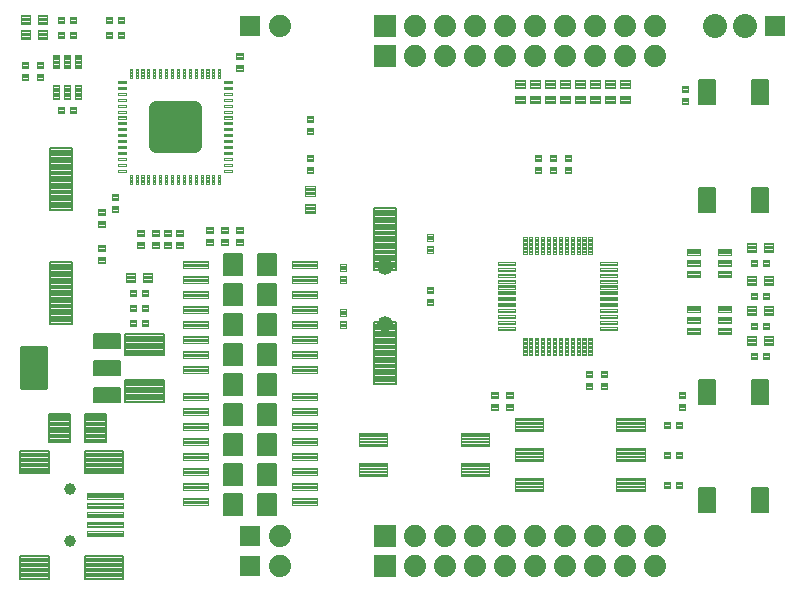
<source format=gts>
G75*
G70*
%OFA0B0*%
%FSLAX24Y24*%
%IPPOS*%
%LPD*%
%AMOC8*
5,1,8,0,0,1.08239X$1,22.5*
%
%ADD10C,0.0044*%
%ADD11C,0.0043*%
%ADD12C,0.0438*%
%ADD13C,0.0049*%
%ADD14C,0.0390*%
%ADD15C,0.0083*%
%ADD16C,0.0043*%
%ADD17C,0.0046*%
%ADD18C,0.0520*%
%ADD19C,0.0080*%
%ADD20C,0.0045*%
%ADD21C,0.0067*%
%ADD22C,0.0052*%
%ADD23C,0.0091*%
%ADD24C,0.0081*%
%ADD25R,0.0700X0.0700*%
%ADD26C,0.0740*%
%ADD27C,0.0059*%
%ADD28C,0.0079*%
%ADD29C,0.0048*%
%ADD30C,0.0048*%
%ADD31C,0.0800*%
%ADD32R,0.0740X0.0740*%
%ADD33C,0.0045*%
D10*
X018565Y016225D02*
X018565Y016441D01*
X018565Y016225D02*
X017719Y016225D01*
X017719Y016441D01*
X018565Y016441D01*
X018565Y016268D02*
X017719Y016268D01*
X017719Y016311D02*
X018565Y016311D01*
X018565Y016354D02*
X017719Y016354D01*
X017719Y016397D02*
X018565Y016397D01*
X018565Y016440D02*
X017719Y016440D01*
X018565Y016725D02*
X018565Y016941D01*
X018565Y016725D02*
X017719Y016725D01*
X017719Y016941D01*
X018565Y016941D01*
X018565Y016768D02*
X017719Y016768D01*
X017719Y016811D02*
X018565Y016811D01*
X018565Y016854D02*
X017719Y016854D01*
X017719Y016897D02*
X018565Y016897D01*
X018565Y016940D02*
X017719Y016940D01*
X018565Y017225D02*
X018565Y017441D01*
X018565Y017225D02*
X017719Y017225D01*
X017719Y017441D01*
X018565Y017441D01*
X018565Y017268D02*
X017719Y017268D01*
X017719Y017311D02*
X018565Y017311D01*
X018565Y017354D02*
X017719Y017354D01*
X017719Y017397D02*
X018565Y017397D01*
X018565Y017440D02*
X017719Y017440D01*
X018565Y017725D02*
X018565Y017941D01*
X018565Y017725D02*
X017719Y017725D01*
X017719Y017941D01*
X018565Y017941D01*
X018565Y017768D02*
X017719Y017768D01*
X017719Y017811D02*
X018565Y017811D01*
X018565Y017854D02*
X017719Y017854D01*
X017719Y017897D02*
X018565Y017897D01*
X018565Y017940D02*
X017719Y017940D01*
X018565Y018225D02*
X018565Y018441D01*
X018565Y018225D02*
X017719Y018225D01*
X017719Y018441D01*
X018565Y018441D01*
X018565Y018268D02*
X017719Y018268D01*
X017719Y018311D02*
X018565Y018311D01*
X018565Y018354D02*
X017719Y018354D01*
X017719Y018397D02*
X018565Y018397D01*
X018565Y018440D02*
X017719Y018440D01*
X018565Y018725D02*
X018565Y018941D01*
X018565Y018725D02*
X017719Y018725D01*
X017719Y018941D01*
X018565Y018941D01*
X018565Y018768D02*
X017719Y018768D01*
X017719Y018811D02*
X018565Y018811D01*
X018565Y018854D02*
X017719Y018854D01*
X017719Y018897D02*
X018565Y018897D01*
X018565Y018940D02*
X017719Y018940D01*
X018565Y019225D02*
X018565Y019441D01*
X018565Y019225D02*
X017719Y019225D01*
X017719Y019441D01*
X018565Y019441D01*
X018565Y019268D02*
X017719Y019268D01*
X017719Y019311D02*
X018565Y019311D01*
X018565Y019354D02*
X017719Y019354D01*
X017719Y019397D02*
X018565Y019397D01*
X018565Y019440D02*
X017719Y019440D01*
X018565Y019725D02*
X018565Y019941D01*
X018565Y019725D02*
X017719Y019725D01*
X017719Y019941D01*
X018565Y019941D01*
X018565Y019768D02*
X017719Y019768D01*
X017719Y019811D02*
X018565Y019811D01*
X018565Y019854D02*
X017719Y019854D01*
X017719Y019897D02*
X018565Y019897D01*
X018565Y019940D02*
X017719Y019940D01*
X017719Y020625D02*
X017719Y020841D01*
X018565Y020841D01*
X018565Y020625D01*
X017719Y020625D01*
X017719Y020668D02*
X018565Y020668D01*
X018565Y020711D02*
X017719Y020711D01*
X017719Y020754D02*
X018565Y020754D01*
X018565Y020797D02*
X017719Y020797D01*
X017719Y020840D02*
X018565Y020840D01*
X017719Y021125D02*
X017719Y021341D01*
X018565Y021341D01*
X018565Y021125D01*
X017719Y021125D01*
X017719Y021168D02*
X018565Y021168D01*
X018565Y021211D02*
X017719Y021211D01*
X017719Y021254D02*
X018565Y021254D01*
X018565Y021297D02*
X017719Y021297D01*
X017719Y021340D02*
X018565Y021340D01*
X017719Y021625D02*
X017719Y021841D01*
X018565Y021841D01*
X018565Y021625D01*
X017719Y021625D01*
X017719Y021668D02*
X018565Y021668D01*
X018565Y021711D02*
X017719Y021711D01*
X017719Y021754D02*
X018565Y021754D01*
X018565Y021797D02*
X017719Y021797D01*
X017719Y021840D02*
X018565Y021840D01*
X017719Y022125D02*
X017719Y022341D01*
X018565Y022341D01*
X018565Y022125D01*
X017719Y022125D01*
X017719Y022168D02*
X018565Y022168D01*
X018565Y022211D02*
X017719Y022211D01*
X017719Y022254D02*
X018565Y022254D01*
X018565Y022297D02*
X017719Y022297D01*
X017719Y022340D02*
X018565Y022340D01*
X017719Y022625D02*
X017719Y022841D01*
X018565Y022841D01*
X018565Y022625D01*
X017719Y022625D01*
X017719Y022668D02*
X018565Y022668D01*
X018565Y022711D02*
X017719Y022711D01*
X017719Y022754D02*
X018565Y022754D01*
X018565Y022797D02*
X017719Y022797D01*
X017719Y022840D02*
X018565Y022840D01*
X017719Y023125D02*
X017719Y023341D01*
X018565Y023341D01*
X018565Y023125D01*
X017719Y023125D01*
X017719Y023168D02*
X018565Y023168D01*
X018565Y023211D02*
X017719Y023211D01*
X017719Y023254D02*
X018565Y023254D01*
X018565Y023297D02*
X017719Y023297D01*
X017719Y023340D02*
X018565Y023340D01*
X017719Y023625D02*
X017719Y023841D01*
X018565Y023841D01*
X018565Y023625D01*
X017719Y023625D01*
X017719Y023668D02*
X018565Y023668D01*
X018565Y023711D02*
X017719Y023711D01*
X017719Y023754D02*
X018565Y023754D01*
X018565Y023797D02*
X017719Y023797D01*
X017719Y023840D02*
X018565Y023840D01*
X017719Y024125D02*
X017719Y024341D01*
X018565Y024341D01*
X018565Y024125D01*
X017719Y024125D01*
X017719Y024168D02*
X018565Y024168D01*
X018565Y024211D02*
X017719Y024211D01*
X017719Y024254D02*
X018565Y024254D01*
X018565Y024297D02*
X017719Y024297D01*
X017719Y024340D02*
X018565Y024340D01*
X018495Y024878D02*
X018495Y025094D01*
X018711Y025094D01*
X018711Y024878D01*
X018495Y024878D01*
X018495Y024921D02*
X018711Y024921D01*
X018711Y024964D02*
X018495Y024964D01*
X018495Y025007D02*
X018711Y025007D01*
X018711Y025050D02*
X018495Y025050D01*
X018495Y025093D02*
X018711Y025093D01*
X018495Y025272D02*
X018495Y025488D01*
X018711Y025488D01*
X018711Y025272D01*
X018495Y025272D01*
X018495Y025315D02*
X018711Y025315D01*
X018711Y025358D02*
X018495Y025358D01*
X018495Y025401D02*
X018711Y025401D01*
X018711Y025444D02*
X018495Y025444D01*
X018495Y025487D02*
X018711Y025487D01*
X018995Y025488D02*
X018995Y025272D01*
X018995Y025488D02*
X019211Y025488D01*
X019211Y025272D01*
X018995Y025272D01*
X018995Y025315D02*
X019211Y025315D01*
X019211Y025358D02*
X018995Y025358D01*
X018995Y025401D02*
X019211Y025401D01*
X019211Y025444D02*
X018995Y025444D01*
X018995Y025487D02*
X019211Y025487D01*
X019711Y025488D02*
X019711Y025272D01*
X019495Y025272D01*
X019495Y025488D01*
X019711Y025488D01*
X019711Y025315D02*
X019495Y025315D01*
X019495Y025358D02*
X019711Y025358D01*
X019711Y025401D02*
X019495Y025401D01*
X019495Y025444D02*
X019711Y025444D01*
X019711Y025487D02*
X019495Y025487D01*
X019711Y025094D02*
X019711Y024878D01*
X019495Y024878D01*
X019495Y025094D01*
X019711Y025094D01*
X019711Y024921D02*
X019495Y024921D01*
X019495Y024964D02*
X019711Y024964D01*
X019711Y025007D02*
X019495Y025007D01*
X019495Y025050D02*
X019711Y025050D01*
X019711Y025093D02*
X019495Y025093D01*
X018995Y025094D02*
X018995Y024878D01*
X018995Y025094D02*
X019211Y025094D01*
X019211Y024878D01*
X018995Y024878D01*
X018995Y024921D02*
X019211Y024921D01*
X019211Y024964D02*
X018995Y024964D01*
X018995Y025007D02*
X019211Y025007D01*
X019211Y025050D02*
X018995Y025050D01*
X018995Y025093D02*
X019211Y025093D01*
X017711Y025172D02*
X017711Y025388D01*
X017711Y025172D02*
X017495Y025172D01*
X017495Y025388D01*
X017711Y025388D01*
X017711Y025215D02*
X017495Y025215D01*
X017495Y025258D02*
X017711Y025258D01*
X017711Y025301D02*
X017495Y025301D01*
X017495Y025344D02*
X017711Y025344D01*
X017711Y025387D02*
X017495Y025387D01*
X017311Y025388D02*
X017311Y025172D01*
X017095Y025172D01*
X017095Y025388D01*
X017311Y025388D01*
X017311Y025215D02*
X017095Y025215D01*
X017095Y025258D02*
X017311Y025258D01*
X017311Y025301D02*
X017095Y025301D01*
X017095Y025344D02*
X017311Y025344D01*
X017311Y025387D02*
X017095Y025387D01*
X016911Y025388D02*
X016911Y025172D01*
X016695Y025172D01*
X016695Y025388D01*
X016911Y025388D01*
X016911Y025215D02*
X016695Y025215D01*
X016695Y025258D02*
X016911Y025258D01*
X016911Y025301D02*
X016695Y025301D01*
X016695Y025344D02*
X016911Y025344D01*
X016911Y025387D02*
X016695Y025387D01*
X016195Y025388D02*
X016195Y025172D01*
X016195Y025388D02*
X016411Y025388D01*
X016411Y025172D01*
X016195Y025172D01*
X016195Y025215D02*
X016411Y025215D01*
X016411Y025258D02*
X016195Y025258D01*
X016195Y025301D02*
X016411Y025301D01*
X016411Y025344D02*
X016195Y025344D01*
X016195Y025387D02*
X016411Y025387D01*
X016195Y024994D02*
X016195Y024778D01*
X016195Y024994D02*
X016411Y024994D01*
X016411Y024778D01*
X016195Y024778D01*
X016195Y024821D02*
X016411Y024821D01*
X016411Y024864D02*
X016195Y024864D01*
X016195Y024907D02*
X016411Y024907D01*
X016411Y024950D02*
X016195Y024950D01*
X016195Y024993D02*
X016411Y024993D01*
X016911Y024994D02*
X016911Y024778D01*
X016695Y024778D01*
X016695Y024994D01*
X016911Y024994D01*
X016911Y024821D02*
X016695Y024821D01*
X016695Y024864D02*
X016911Y024864D01*
X016911Y024907D02*
X016695Y024907D01*
X016695Y024950D02*
X016911Y024950D01*
X016911Y024993D02*
X016695Y024993D01*
X017311Y024994D02*
X017311Y024778D01*
X017095Y024778D01*
X017095Y024994D01*
X017311Y024994D01*
X017311Y024821D02*
X017095Y024821D01*
X017095Y024864D02*
X017311Y024864D01*
X017311Y024907D02*
X017095Y024907D01*
X017095Y024950D02*
X017311Y024950D01*
X017311Y024993D02*
X017095Y024993D01*
X017711Y024994D02*
X017711Y024778D01*
X017495Y024778D01*
X017495Y024994D01*
X017711Y024994D01*
X017711Y024821D02*
X017495Y024821D01*
X017495Y024864D02*
X017711Y024864D01*
X017711Y024907D02*
X017495Y024907D01*
X017495Y024950D02*
X017711Y024950D01*
X017711Y024993D02*
X017495Y024993D01*
X016558Y023175D02*
X016342Y023175D01*
X016342Y023391D01*
X016558Y023391D01*
X016558Y023175D01*
X016558Y023218D02*
X016342Y023218D01*
X016342Y023261D02*
X016558Y023261D01*
X016558Y023304D02*
X016342Y023304D01*
X016342Y023347D02*
X016558Y023347D01*
X016558Y023390D02*
X016342Y023390D01*
X016165Y023175D02*
X015949Y023175D01*
X015949Y023391D01*
X016165Y023391D01*
X016165Y023175D01*
X016165Y023218D02*
X015949Y023218D01*
X015949Y023261D02*
X016165Y023261D01*
X016165Y023304D02*
X015949Y023304D01*
X015949Y023347D02*
X016165Y023347D01*
X016165Y023390D02*
X015949Y023390D01*
X015949Y022891D02*
X016165Y022891D01*
X016165Y022675D01*
X015949Y022675D01*
X015949Y022891D01*
X015949Y022718D02*
X016165Y022718D01*
X016165Y022761D02*
X015949Y022761D01*
X015949Y022804D02*
X016165Y022804D01*
X016165Y022847D02*
X015949Y022847D01*
X015949Y022890D02*
X016165Y022890D01*
X016342Y022891D02*
X016558Y022891D01*
X016558Y022675D01*
X016342Y022675D01*
X016342Y022891D01*
X016342Y022718D02*
X016558Y022718D01*
X016558Y022761D02*
X016342Y022761D01*
X016342Y022804D02*
X016558Y022804D01*
X016558Y022847D02*
X016342Y022847D01*
X016342Y022890D02*
X016558Y022890D01*
X016558Y022391D02*
X016342Y022391D01*
X016558Y022391D02*
X016558Y022175D01*
X016342Y022175D01*
X016342Y022391D01*
X016342Y022218D02*
X016558Y022218D01*
X016558Y022261D02*
X016342Y022261D01*
X016342Y022304D02*
X016558Y022304D01*
X016558Y022347D02*
X016342Y022347D01*
X016342Y022390D02*
X016558Y022390D01*
X016165Y022391D02*
X015949Y022391D01*
X016165Y022391D02*
X016165Y022175D01*
X015949Y022175D01*
X015949Y022391D01*
X015949Y022218D02*
X016165Y022218D01*
X016165Y022261D02*
X015949Y022261D01*
X015949Y022304D02*
X016165Y022304D01*
X016165Y022347D02*
X015949Y022347D01*
X015949Y022390D02*
X016165Y022390D01*
X014895Y024278D02*
X014895Y024494D01*
X015111Y024494D01*
X015111Y024278D01*
X014895Y024278D01*
X014895Y024321D02*
X015111Y024321D01*
X015111Y024364D02*
X014895Y024364D01*
X014895Y024407D02*
X015111Y024407D01*
X015111Y024450D02*
X014895Y024450D01*
X014895Y024493D02*
X015111Y024493D01*
X014895Y024672D02*
X014895Y024888D01*
X015111Y024888D01*
X015111Y024672D01*
X014895Y024672D01*
X014895Y024715D02*
X015111Y024715D01*
X015111Y024758D02*
X014895Y024758D01*
X014895Y024801D02*
X015111Y024801D01*
X015111Y024844D02*
X014895Y024844D01*
X014895Y024887D02*
X015111Y024887D01*
X015111Y025478D02*
X015111Y025694D01*
X015111Y025478D02*
X014895Y025478D01*
X014895Y025694D01*
X015111Y025694D01*
X015111Y025521D02*
X014895Y025521D01*
X014895Y025564D02*
X015111Y025564D01*
X015111Y025607D02*
X014895Y025607D01*
X014895Y025650D02*
X015111Y025650D01*
X015111Y025693D02*
X014895Y025693D01*
X015111Y025872D02*
X015111Y026088D01*
X015111Y025872D02*
X014895Y025872D01*
X014895Y026088D01*
X015111Y026088D01*
X015111Y025915D02*
X014895Y025915D01*
X014895Y025958D02*
X015111Y025958D01*
X015111Y026001D02*
X014895Y026001D01*
X014895Y026044D02*
X015111Y026044D01*
X015111Y026087D02*
X014895Y026087D01*
X015345Y026194D02*
X015345Y025978D01*
X015345Y026194D02*
X015561Y026194D01*
X015561Y025978D01*
X015345Y025978D01*
X015345Y026021D02*
X015561Y026021D01*
X015561Y026064D02*
X015345Y026064D01*
X015345Y026107D02*
X015561Y026107D01*
X015561Y026150D02*
X015345Y026150D01*
X015345Y026193D02*
X015561Y026193D01*
X015345Y026372D02*
X015345Y026588D01*
X015561Y026588D01*
X015561Y026372D01*
X015345Y026372D01*
X015345Y026415D02*
X015561Y026415D01*
X015561Y026458D02*
X015345Y026458D01*
X015345Y026501D02*
X015561Y026501D01*
X015561Y026544D02*
X015345Y026544D01*
X015345Y026587D02*
X015561Y026587D01*
X014158Y029275D02*
X013942Y029275D01*
X013942Y029491D01*
X014158Y029491D01*
X014158Y029275D01*
X014158Y029318D02*
X013942Y029318D01*
X013942Y029361D02*
X014158Y029361D01*
X014158Y029404D02*
X013942Y029404D01*
X013942Y029447D02*
X014158Y029447D01*
X014158Y029490D02*
X013942Y029490D01*
X013765Y029275D02*
X013549Y029275D01*
X013549Y029491D01*
X013765Y029491D01*
X013765Y029275D01*
X013765Y029318D02*
X013549Y029318D01*
X013549Y029361D02*
X013765Y029361D01*
X013765Y029404D02*
X013549Y029404D01*
X013549Y029447D02*
X013765Y029447D01*
X013765Y029490D02*
X013549Y029490D01*
X013061Y030378D02*
X013061Y030594D01*
X013061Y030378D02*
X012845Y030378D01*
X012845Y030594D01*
X013061Y030594D01*
X013061Y030421D02*
X012845Y030421D01*
X012845Y030464D02*
X013061Y030464D01*
X013061Y030507D02*
X012845Y030507D01*
X012845Y030550D02*
X013061Y030550D01*
X013061Y030593D02*
X012845Y030593D01*
X013061Y030772D02*
X013061Y030988D01*
X013061Y030772D02*
X012845Y030772D01*
X012845Y030988D01*
X013061Y030988D01*
X013061Y030815D02*
X012845Y030815D01*
X012845Y030858D02*
X013061Y030858D01*
X013061Y030901D02*
X012845Y030901D01*
X012845Y030944D02*
X013061Y030944D01*
X013061Y030987D02*
X012845Y030987D01*
X012345Y030988D02*
X012345Y030772D01*
X012345Y030988D02*
X012561Y030988D01*
X012561Y030772D01*
X012345Y030772D01*
X012345Y030815D02*
X012561Y030815D01*
X012561Y030858D02*
X012345Y030858D01*
X012345Y030901D02*
X012561Y030901D01*
X012561Y030944D02*
X012345Y030944D01*
X012345Y030987D02*
X012561Y030987D01*
X012345Y030594D02*
X012345Y030378D01*
X012345Y030594D02*
X012561Y030594D01*
X012561Y030378D01*
X012345Y030378D01*
X012345Y030421D02*
X012561Y030421D01*
X012561Y030464D02*
X012345Y030464D01*
X012345Y030507D02*
X012561Y030507D01*
X012561Y030550D02*
X012345Y030550D01*
X012345Y030593D02*
X012561Y030593D01*
X013549Y031991D02*
X013765Y031991D01*
X013765Y031775D01*
X013549Y031775D01*
X013549Y031991D01*
X013549Y031818D02*
X013765Y031818D01*
X013765Y031861D02*
X013549Y031861D01*
X013549Y031904D02*
X013765Y031904D01*
X013765Y031947D02*
X013549Y031947D01*
X013549Y031990D02*
X013765Y031990D01*
X013942Y031991D02*
X014158Y031991D01*
X014158Y031775D01*
X013942Y031775D01*
X013942Y031991D01*
X013942Y031818D02*
X014158Y031818D01*
X014158Y031861D02*
X013942Y031861D01*
X013942Y031904D02*
X014158Y031904D01*
X014158Y031947D02*
X013942Y031947D01*
X013942Y031990D02*
X014158Y031990D01*
X014158Y032491D02*
X013942Y032491D01*
X014158Y032491D02*
X014158Y032275D01*
X013942Y032275D01*
X013942Y032491D01*
X013942Y032318D02*
X014158Y032318D01*
X014158Y032361D02*
X013942Y032361D01*
X013942Y032404D02*
X014158Y032404D01*
X014158Y032447D02*
X013942Y032447D01*
X013942Y032490D02*
X014158Y032490D01*
X013765Y032491D02*
X013549Y032491D01*
X013765Y032491D02*
X013765Y032275D01*
X013549Y032275D01*
X013549Y032491D01*
X013549Y032318D02*
X013765Y032318D01*
X013765Y032361D02*
X013549Y032361D01*
X013549Y032404D02*
X013765Y032404D01*
X013765Y032447D02*
X013549Y032447D01*
X013549Y032490D02*
X013765Y032490D01*
X015149Y032491D02*
X015365Y032491D01*
X015365Y032275D01*
X015149Y032275D01*
X015149Y032491D01*
X015149Y032318D02*
X015365Y032318D01*
X015365Y032361D02*
X015149Y032361D01*
X015149Y032404D02*
X015365Y032404D01*
X015365Y032447D02*
X015149Y032447D01*
X015149Y032490D02*
X015365Y032490D01*
X015542Y032491D02*
X015758Y032491D01*
X015758Y032275D01*
X015542Y032275D01*
X015542Y032491D01*
X015542Y032318D02*
X015758Y032318D01*
X015758Y032361D02*
X015542Y032361D01*
X015542Y032404D02*
X015758Y032404D01*
X015758Y032447D02*
X015542Y032447D01*
X015542Y032490D02*
X015758Y032490D01*
X015758Y031991D02*
X015542Y031991D01*
X015758Y031991D02*
X015758Y031775D01*
X015542Y031775D01*
X015542Y031991D01*
X015542Y031818D02*
X015758Y031818D01*
X015758Y031861D02*
X015542Y031861D01*
X015542Y031904D02*
X015758Y031904D01*
X015758Y031947D02*
X015542Y031947D01*
X015542Y031990D02*
X015758Y031990D01*
X015365Y031991D02*
X015149Y031991D01*
X015365Y031991D02*
X015365Y031775D01*
X015149Y031775D01*
X015149Y031991D01*
X015149Y031818D02*
X015365Y031818D01*
X015365Y031861D02*
X015149Y031861D01*
X015149Y031904D02*
X015365Y031904D01*
X015365Y031947D02*
X015149Y031947D01*
X015149Y031990D02*
X015365Y031990D01*
X019711Y031288D02*
X019711Y031072D01*
X019495Y031072D01*
X019495Y031288D01*
X019711Y031288D01*
X019711Y031115D02*
X019495Y031115D01*
X019495Y031158D02*
X019711Y031158D01*
X019711Y031201D02*
X019495Y031201D01*
X019495Y031244D02*
X019711Y031244D01*
X019711Y031287D02*
X019495Y031287D01*
X019711Y030894D02*
X019711Y030678D01*
X019495Y030678D01*
X019495Y030894D01*
X019711Y030894D01*
X019711Y030721D02*
X019495Y030721D01*
X019495Y030764D02*
X019711Y030764D01*
X019711Y030807D02*
X019495Y030807D01*
X019495Y030850D02*
X019711Y030850D01*
X019711Y030893D02*
X019495Y030893D01*
X022061Y029188D02*
X022061Y028972D01*
X021845Y028972D01*
X021845Y029188D01*
X022061Y029188D01*
X022061Y029015D02*
X021845Y029015D01*
X021845Y029058D02*
X022061Y029058D01*
X022061Y029101D02*
X021845Y029101D01*
X021845Y029144D02*
X022061Y029144D01*
X022061Y029187D02*
X021845Y029187D01*
X022061Y028794D02*
X022061Y028578D01*
X021845Y028578D01*
X021845Y028794D01*
X022061Y028794D01*
X022061Y028621D02*
X021845Y028621D01*
X021845Y028664D02*
X022061Y028664D01*
X022061Y028707D02*
X021845Y028707D01*
X021845Y028750D02*
X022061Y028750D01*
X022061Y028793D02*
X021845Y028793D01*
X022061Y027888D02*
X022061Y027672D01*
X021845Y027672D01*
X021845Y027888D01*
X022061Y027888D01*
X022061Y027715D02*
X021845Y027715D01*
X021845Y027758D02*
X022061Y027758D01*
X022061Y027801D02*
X021845Y027801D01*
X021845Y027844D02*
X022061Y027844D01*
X022061Y027887D02*
X021845Y027887D01*
X022061Y027494D02*
X022061Y027278D01*
X021845Y027278D01*
X021845Y027494D01*
X022061Y027494D01*
X022061Y027321D02*
X021845Y027321D01*
X021845Y027364D02*
X022061Y027364D01*
X022061Y027407D02*
X021845Y027407D01*
X021845Y027450D02*
X022061Y027450D01*
X022061Y027493D02*
X021845Y027493D01*
X021341Y024341D02*
X021341Y024125D01*
X021341Y024341D02*
X022187Y024341D01*
X022187Y024125D01*
X021341Y024125D01*
X021341Y024168D02*
X022187Y024168D01*
X022187Y024211D02*
X021341Y024211D01*
X021341Y024254D02*
X022187Y024254D01*
X022187Y024297D02*
X021341Y024297D01*
X021341Y024340D02*
X022187Y024340D01*
X021341Y023841D02*
X021341Y023625D01*
X021341Y023841D02*
X022187Y023841D01*
X022187Y023625D01*
X021341Y023625D01*
X021341Y023668D02*
X022187Y023668D01*
X022187Y023711D02*
X021341Y023711D01*
X021341Y023754D02*
X022187Y023754D01*
X022187Y023797D02*
X021341Y023797D01*
X021341Y023840D02*
X022187Y023840D01*
X022945Y023844D02*
X022945Y023628D01*
X022945Y023844D02*
X023161Y023844D01*
X023161Y023628D01*
X022945Y023628D01*
X022945Y023671D02*
X023161Y023671D01*
X023161Y023714D02*
X022945Y023714D01*
X022945Y023757D02*
X023161Y023757D01*
X023161Y023800D02*
X022945Y023800D01*
X022945Y023843D02*
X023161Y023843D01*
X022945Y024022D02*
X022945Y024238D01*
X023161Y024238D01*
X023161Y024022D01*
X022945Y024022D01*
X022945Y024065D02*
X023161Y024065D01*
X023161Y024108D02*
X022945Y024108D01*
X022945Y024151D02*
X023161Y024151D01*
X023161Y024194D02*
X022945Y024194D01*
X022945Y024237D02*
X023161Y024237D01*
X021341Y023341D02*
X021341Y023125D01*
X021341Y023341D02*
X022187Y023341D01*
X022187Y023125D01*
X021341Y023125D01*
X021341Y023168D02*
X022187Y023168D01*
X022187Y023211D02*
X021341Y023211D01*
X021341Y023254D02*
X022187Y023254D01*
X022187Y023297D02*
X021341Y023297D01*
X021341Y023340D02*
X022187Y023340D01*
X021341Y022841D02*
X021341Y022625D01*
X021341Y022841D02*
X022187Y022841D01*
X022187Y022625D01*
X021341Y022625D01*
X021341Y022668D02*
X022187Y022668D01*
X022187Y022711D02*
X021341Y022711D01*
X021341Y022754D02*
X022187Y022754D01*
X022187Y022797D02*
X021341Y022797D01*
X021341Y022840D02*
X022187Y022840D01*
X021341Y022341D02*
X021341Y022125D01*
X021341Y022341D02*
X022187Y022341D01*
X022187Y022125D01*
X021341Y022125D01*
X021341Y022168D02*
X022187Y022168D01*
X022187Y022211D02*
X021341Y022211D01*
X021341Y022254D02*
X022187Y022254D01*
X022187Y022297D02*
X021341Y022297D01*
X021341Y022340D02*
X022187Y022340D01*
X021341Y021841D02*
X021341Y021625D01*
X021341Y021841D02*
X022187Y021841D01*
X022187Y021625D01*
X021341Y021625D01*
X021341Y021668D02*
X022187Y021668D01*
X022187Y021711D02*
X021341Y021711D01*
X021341Y021754D02*
X022187Y021754D01*
X022187Y021797D02*
X021341Y021797D01*
X021341Y021840D02*
X022187Y021840D01*
X023161Y022128D02*
X023161Y022344D01*
X023161Y022128D02*
X022945Y022128D01*
X022945Y022344D01*
X023161Y022344D01*
X023161Y022171D02*
X022945Y022171D01*
X022945Y022214D02*
X023161Y022214D01*
X023161Y022257D02*
X022945Y022257D01*
X022945Y022300D02*
X023161Y022300D01*
X023161Y022343D02*
X022945Y022343D01*
X023161Y022522D02*
X023161Y022738D01*
X023161Y022522D02*
X022945Y022522D01*
X022945Y022738D01*
X023161Y022738D01*
X023161Y022565D02*
X022945Y022565D01*
X022945Y022608D02*
X023161Y022608D01*
X023161Y022651D02*
X022945Y022651D01*
X022945Y022694D02*
X023161Y022694D01*
X023161Y022737D02*
X022945Y022737D01*
X021341Y021341D02*
X021341Y021125D01*
X021341Y021341D02*
X022187Y021341D01*
X022187Y021125D01*
X021341Y021125D01*
X021341Y021168D02*
X022187Y021168D01*
X022187Y021211D02*
X021341Y021211D01*
X021341Y021254D02*
X022187Y021254D01*
X022187Y021297D02*
X021341Y021297D01*
X021341Y021340D02*
X022187Y021340D01*
X021341Y020841D02*
X021341Y020625D01*
X021341Y020841D02*
X022187Y020841D01*
X022187Y020625D01*
X021341Y020625D01*
X021341Y020668D02*
X022187Y020668D01*
X022187Y020711D02*
X021341Y020711D01*
X021341Y020754D02*
X022187Y020754D01*
X022187Y020797D02*
X021341Y020797D01*
X021341Y020840D02*
X022187Y020840D01*
X022187Y019941D02*
X022187Y019725D01*
X021341Y019725D01*
X021341Y019941D01*
X022187Y019941D01*
X022187Y019768D02*
X021341Y019768D01*
X021341Y019811D02*
X022187Y019811D01*
X022187Y019854D02*
X021341Y019854D01*
X021341Y019897D02*
X022187Y019897D01*
X022187Y019940D02*
X021341Y019940D01*
X022187Y019441D02*
X022187Y019225D01*
X021341Y019225D01*
X021341Y019441D01*
X022187Y019441D01*
X022187Y019268D02*
X021341Y019268D01*
X021341Y019311D02*
X022187Y019311D01*
X022187Y019354D02*
X021341Y019354D01*
X021341Y019397D02*
X022187Y019397D01*
X022187Y019440D02*
X021341Y019440D01*
X022187Y018941D02*
X022187Y018725D01*
X021341Y018725D01*
X021341Y018941D01*
X022187Y018941D01*
X022187Y018768D02*
X021341Y018768D01*
X021341Y018811D02*
X022187Y018811D01*
X022187Y018854D02*
X021341Y018854D01*
X021341Y018897D02*
X022187Y018897D01*
X022187Y018940D02*
X021341Y018940D01*
X022187Y018441D02*
X022187Y018225D01*
X021341Y018225D01*
X021341Y018441D01*
X022187Y018441D01*
X022187Y018268D02*
X021341Y018268D01*
X021341Y018311D02*
X022187Y018311D01*
X022187Y018354D02*
X021341Y018354D01*
X021341Y018397D02*
X022187Y018397D01*
X022187Y018440D02*
X021341Y018440D01*
X022187Y017941D02*
X022187Y017725D01*
X021341Y017725D01*
X021341Y017941D01*
X022187Y017941D01*
X022187Y017768D02*
X021341Y017768D01*
X021341Y017811D02*
X022187Y017811D01*
X022187Y017854D02*
X021341Y017854D01*
X021341Y017897D02*
X022187Y017897D01*
X022187Y017940D02*
X021341Y017940D01*
X022187Y017441D02*
X022187Y017225D01*
X021341Y017225D01*
X021341Y017441D01*
X022187Y017441D01*
X022187Y017268D02*
X021341Y017268D01*
X021341Y017311D02*
X022187Y017311D01*
X022187Y017354D02*
X021341Y017354D01*
X021341Y017397D02*
X022187Y017397D01*
X022187Y017440D02*
X021341Y017440D01*
X022187Y016941D02*
X022187Y016725D01*
X021341Y016725D01*
X021341Y016941D01*
X022187Y016941D01*
X022187Y016768D02*
X021341Y016768D01*
X021341Y016811D02*
X022187Y016811D01*
X022187Y016854D02*
X021341Y016854D01*
X021341Y016897D02*
X022187Y016897D01*
X022187Y016940D02*
X021341Y016940D01*
X022187Y016441D02*
X022187Y016225D01*
X021341Y016225D01*
X021341Y016441D01*
X022187Y016441D01*
X022187Y016268D02*
X021341Y016268D01*
X021341Y016311D02*
X022187Y016311D01*
X022187Y016354D02*
X021341Y016354D01*
X021341Y016397D02*
X022187Y016397D01*
X022187Y016440D02*
X021341Y016440D01*
X028211Y019378D02*
X028211Y019594D01*
X028211Y019378D02*
X027995Y019378D01*
X027995Y019594D01*
X028211Y019594D01*
X028211Y019421D02*
X027995Y019421D01*
X027995Y019464D02*
X028211Y019464D01*
X028211Y019507D02*
X027995Y019507D01*
X027995Y019550D02*
X028211Y019550D01*
X028211Y019593D02*
X027995Y019593D01*
X028211Y019772D02*
X028211Y019988D01*
X028211Y019772D02*
X027995Y019772D01*
X027995Y019988D01*
X028211Y019988D01*
X028211Y019815D02*
X027995Y019815D01*
X027995Y019858D02*
X028211Y019858D01*
X028211Y019901D02*
X027995Y019901D01*
X027995Y019944D02*
X028211Y019944D01*
X028211Y019987D02*
X027995Y019987D01*
X028711Y019988D02*
X028711Y019772D01*
X028495Y019772D01*
X028495Y019988D01*
X028711Y019988D01*
X028711Y019815D02*
X028495Y019815D01*
X028495Y019858D02*
X028711Y019858D01*
X028711Y019901D02*
X028495Y019901D01*
X028495Y019944D02*
X028711Y019944D01*
X028711Y019987D02*
X028495Y019987D01*
X028711Y019594D02*
X028711Y019378D01*
X028495Y019378D01*
X028495Y019594D01*
X028711Y019594D01*
X028711Y019421D02*
X028495Y019421D01*
X028495Y019464D02*
X028711Y019464D01*
X028711Y019507D02*
X028495Y019507D01*
X028495Y019550D02*
X028711Y019550D01*
X028711Y019593D02*
X028495Y019593D01*
X031145Y020078D02*
X031145Y020294D01*
X031361Y020294D01*
X031361Y020078D01*
X031145Y020078D01*
X031145Y020121D02*
X031361Y020121D01*
X031361Y020164D02*
X031145Y020164D01*
X031145Y020207D02*
X031361Y020207D01*
X031361Y020250D02*
X031145Y020250D01*
X031145Y020293D02*
X031361Y020293D01*
X031145Y020472D02*
X031145Y020688D01*
X031361Y020688D01*
X031361Y020472D01*
X031145Y020472D01*
X031145Y020515D02*
X031361Y020515D01*
X031361Y020558D02*
X031145Y020558D01*
X031145Y020601D02*
X031361Y020601D01*
X031361Y020644D02*
X031145Y020644D01*
X031145Y020687D02*
X031361Y020687D01*
X031645Y020688D02*
X031645Y020472D01*
X031645Y020688D02*
X031861Y020688D01*
X031861Y020472D01*
X031645Y020472D01*
X031645Y020515D02*
X031861Y020515D01*
X031861Y020558D02*
X031645Y020558D01*
X031645Y020601D02*
X031861Y020601D01*
X031861Y020644D02*
X031645Y020644D01*
X031645Y020687D02*
X031861Y020687D01*
X031645Y020294D02*
X031645Y020078D01*
X031645Y020294D02*
X031861Y020294D01*
X031861Y020078D01*
X031645Y020078D01*
X031645Y020121D02*
X031861Y020121D01*
X031861Y020164D02*
X031645Y020164D01*
X031645Y020207D02*
X031861Y020207D01*
X031861Y020250D02*
X031645Y020250D01*
X031645Y020293D02*
X031861Y020293D01*
X033749Y018991D02*
X033965Y018991D01*
X033965Y018775D01*
X033749Y018775D01*
X033749Y018991D01*
X033749Y018818D02*
X033965Y018818D01*
X033965Y018861D02*
X033749Y018861D01*
X033749Y018904D02*
X033965Y018904D01*
X033965Y018947D02*
X033749Y018947D01*
X033749Y018990D02*
X033965Y018990D01*
X034142Y018991D02*
X034358Y018991D01*
X034358Y018775D01*
X034142Y018775D01*
X034142Y018991D01*
X034142Y018818D02*
X034358Y018818D01*
X034358Y018861D02*
X034142Y018861D01*
X034142Y018904D02*
X034358Y018904D01*
X034358Y018947D02*
X034142Y018947D01*
X034142Y018990D02*
X034358Y018990D01*
X034245Y019378D02*
X034245Y019594D01*
X034461Y019594D01*
X034461Y019378D01*
X034245Y019378D01*
X034245Y019421D02*
X034461Y019421D01*
X034461Y019464D02*
X034245Y019464D01*
X034245Y019507D02*
X034461Y019507D01*
X034461Y019550D02*
X034245Y019550D01*
X034245Y019593D02*
X034461Y019593D01*
X034245Y019772D02*
X034245Y019988D01*
X034461Y019988D01*
X034461Y019772D01*
X034245Y019772D01*
X034245Y019815D02*
X034461Y019815D01*
X034461Y019858D02*
X034245Y019858D01*
X034245Y019901D02*
X034461Y019901D01*
X034461Y019944D02*
X034245Y019944D01*
X034245Y019987D02*
X034461Y019987D01*
X036649Y021291D02*
X036865Y021291D01*
X036865Y021075D01*
X036649Y021075D01*
X036649Y021291D01*
X036649Y021118D02*
X036865Y021118D01*
X036865Y021161D02*
X036649Y021161D01*
X036649Y021204D02*
X036865Y021204D01*
X036865Y021247D02*
X036649Y021247D01*
X036649Y021290D02*
X036865Y021290D01*
X037042Y021291D02*
X037258Y021291D01*
X037258Y021075D01*
X037042Y021075D01*
X037042Y021291D01*
X037042Y021118D02*
X037258Y021118D01*
X037258Y021161D02*
X037042Y021161D01*
X037042Y021204D02*
X037258Y021204D01*
X037258Y021247D02*
X037042Y021247D01*
X037042Y021290D02*
X037258Y021290D01*
X037258Y022291D02*
X037042Y022291D01*
X037258Y022291D02*
X037258Y022075D01*
X037042Y022075D01*
X037042Y022291D01*
X037042Y022118D02*
X037258Y022118D01*
X037258Y022161D02*
X037042Y022161D01*
X037042Y022204D02*
X037258Y022204D01*
X037258Y022247D02*
X037042Y022247D01*
X037042Y022290D02*
X037258Y022290D01*
X036865Y022291D02*
X036649Y022291D01*
X036865Y022291D02*
X036865Y022075D01*
X036649Y022075D01*
X036649Y022291D01*
X036649Y022118D02*
X036865Y022118D01*
X036865Y022161D02*
X036649Y022161D01*
X036649Y022204D02*
X036865Y022204D01*
X036865Y022247D02*
X036649Y022247D01*
X036649Y022290D02*
X036865Y022290D01*
X036865Y023291D02*
X036649Y023291D01*
X036865Y023291D02*
X036865Y023075D01*
X036649Y023075D01*
X036649Y023291D01*
X036649Y023118D02*
X036865Y023118D01*
X036865Y023161D02*
X036649Y023161D01*
X036649Y023204D02*
X036865Y023204D01*
X036865Y023247D02*
X036649Y023247D01*
X036649Y023290D02*
X036865Y023290D01*
X037042Y023291D02*
X037258Y023291D01*
X037258Y023075D01*
X037042Y023075D01*
X037042Y023291D01*
X037042Y023118D02*
X037258Y023118D01*
X037258Y023161D02*
X037042Y023161D01*
X037042Y023204D02*
X037258Y023204D01*
X037258Y023247D02*
X037042Y023247D01*
X037042Y023290D02*
X037258Y023290D01*
X037258Y024391D02*
X037042Y024391D01*
X037258Y024391D02*
X037258Y024175D01*
X037042Y024175D01*
X037042Y024391D01*
X037042Y024218D02*
X037258Y024218D01*
X037258Y024261D02*
X037042Y024261D01*
X037042Y024304D02*
X037258Y024304D01*
X037258Y024347D02*
X037042Y024347D01*
X037042Y024390D02*
X037258Y024390D01*
X036865Y024391D02*
X036649Y024391D01*
X036865Y024391D02*
X036865Y024175D01*
X036649Y024175D01*
X036649Y024391D01*
X036649Y024218D02*
X036865Y024218D01*
X036865Y024261D02*
X036649Y024261D01*
X036649Y024304D02*
X036865Y024304D01*
X036865Y024347D02*
X036649Y024347D01*
X036649Y024390D02*
X036865Y024390D01*
X030661Y027278D02*
X030661Y027494D01*
X030661Y027278D02*
X030445Y027278D01*
X030445Y027494D01*
X030661Y027494D01*
X030661Y027321D02*
X030445Y027321D01*
X030445Y027364D02*
X030661Y027364D01*
X030661Y027407D02*
X030445Y027407D01*
X030445Y027450D02*
X030661Y027450D01*
X030661Y027493D02*
X030445Y027493D01*
X030661Y027672D02*
X030661Y027888D01*
X030661Y027672D02*
X030445Y027672D01*
X030445Y027888D01*
X030661Y027888D01*
X030661Y027715D02*
X030445Y027715D01*
X030445Y027758D02*
X030661Y027758D01*
X030661Y027801D02*
X030445Y027801D01*
X030445Y027844D02*
X030661Y027844D01*
X030661Y027887D02*
X030445Y027887D01*
X030161Y027888D02*
X030161Y027672D01*
X029945Y027672D01*
X029945Y027888D01*
X030161Y027888D01*
X030161Y027715D02*
X029945Y027715D01*
X029945Y027758D02*
X030161Y027758D01*
X030161Y027801D02*
X029945Y027801D01*
X029945Y027844D02*
X030161Y027844D01*
X030161Y027887D02*
X029945Y027887D01*
X029661Y027888D02*
X029661Y027672D01*
X029445Y027672D01*
X029445Y027888D01*
X029661Y027888D01*
X029661Y027715D02*
X029445Y027715D01*
X029445Y027758D02*
X029661Y027758D01*
X029661Y027801D02*
X029445Y027801D01*
X029445Y027844D02*
X029661Y027844D01*
X029661Y027887D02*
X029445Y027887D01*
X029661Y027494D02*
X029661Y027278D01*
X029445Y027278D01*
X029445Y027494D01*
X029661Y027494D01*
X029661Y027321D02*
X029445Y027321D01*
X029445Y027364D02*
X029661Y027364D01*
X029661Y027407D02*
X029445Y027407D01*
X029445Y027450D02*
X029661Y027450D01*
X029661Y027493D02*
X029445Y027493D01*
X030161Y027494D02*
X030161Y027278D01*
X029945Y027278D01*
X029945Y027494D01*
X030161Y027494D01*
X030161Y027321D02*
X029945Y027321D01*
X029945Y027364D02*
X030161Y027364D01*
X030161Y027407D02*
X029945Y027407D01*
X029945Y027450D02*
X030161Y027450D01*
X030161Y027493D02*
X029945Y027493D01*
X026061Y025238D02*
X026061Y025022D01*
X025845Y025022D01*
X025845Y025238D01*
X026061Y025238D01*
X026061Y025065D02*
X025845Y025065D01*
X025845Y025108D02*
X026061Y025108D01*
X026061Y025151D02*
X025845Y025151D01*
X025845Y025194D02*
X026061Y025194D01*
X026061Y025237D02*
X025845Y025237D01*
X026061Y024844D02*
X026061Y024628D01*
X025845Y024628D01*
X025845Y024844D01*
X026061Y024844D01*
X026061Y024671D02*
X025845Y024671D01*
X025845Y024714D02*
X026061Y024714D01*
X026061Y024757D02*
X025845Y024757D01*
X025845Y024800D02*
X026061Y024800D01*
X026061Y024843D02*
X025845Y024843D01*
X025845Y023488D02*
X025845Y023272D01*
X025845Y023488D02*
X026061Y023488D01*
X026061Y023272D01*
X025845Y023272D01*
X025845Y023315D02*
X026061Y023315D01*
X026061Y023358D02*
X025845Y023358D01*
X025845Y023401D02*
X026061Y023401D01*
X026061Y023444D02*
X025845Y023444D01*
X025845Y023487D02*
X026061Y023487D01*
X025845Y023094D02*
X025845Y022878D01*
X025845Y023094D02*
X026061Y023094D01*
X026061Y022878D01*
X025845Y022878D01*
X025845Y022921D02*
X026061Y022921D01*
X026061Y022964D02*
X025845Y022964D01*
X025845Y023007D02*
X026061Y023007D01*
X026061Y023050D02*
X025845Y023050D01*
X025845Y023093D02*
X026061Y023093D01*
X033749Y017991D02*
X033965Y017991D01*
X033965Y017775D01*
X033749Y017775D01*
X033749Y017991D01*
X033749Y017818D02*
X033965Y017818D01*
X033965Y017861D02*
X033749Y017861D01*
X033749Y017904D02*
X033965Y017904D01*
X033965Y017947D02*
X033749Y017947D01*
X033749Y017990D02*
X033965Y017990D01*
X034142Y017991D02*
X034358Y017991D01*
X034358Y017775D01*
X034142Y017775D01*
X034142Y017991D01*
X034142Y017818D02*
X034358Y017818D01*
X034358Y017861D02*
X034142Y017861D01*
X034142Y017904D02*
X034358Y017904D01*
X034358Y017947D02*
X034142Y017947D01*
X034142Y017990D02*
X034358Y017990D01*
X034358Y016991D02*
X034142Y016991D01*
X034358Y016991D02*
X034358Y016775D01*
X034142Y016775D01*
X034142Y016991D01*
X034142Y016818D02*
X034358Y016818D01*
X034358Y016861D02*
X034142Y016861D01*
X034142Y016904D02*
X034358Y016904D01*
X034358Y016947D02*
X034142Y016947D01*
X034142Y016990D02*
X034358Y016990D01*
X033965Y016991D02*
X033749Y016991D01*
X033965Y016991D02*
X033965Y016775D01*
X033749Y016775D01*
X033749Y016991D01*
X033749Y016818D02*
X033965Y016818D01*
X033965Y016861D02*
X033749Y016861D01*
X033749Y016904D02*
X033965Y016904D01*
X033965Y016947D02*
X033749Y016947D01*
X033749Y016990D02*
X033965Y016990D01*
X034561Y029578D02*
X034561Y029794D01*
X034561Y029578D02*
X034345Y029578D01*
X034345Y029794D01*
X034561Y029794D01*
X034561Y029621D02*
X034345Y029621D01*
X034345Y029664D02*
X034561Y029664D01*
X034561Y029707D02*
X034345Y029707D01*
X034345Y029750D02*
X034561Y029750D01*
X034561Y029793D02*
X034345Y029793D01*
X034561Y029972D02*
X034561Y030188D01*
X034561Y029972D02*
X034345Y029972D01*
X034345Y030188D01*
X034561Y030188D01*
X034561Y030015D02*
X034345Y030015D01*
X034345Y030058D02*
X034561Y030058D01*
X034561Y030101D02*
X034345Y030101D01*
X034345Y030144D02*
X034561Y030144D01*
X034561Y030187D02*
X034345Y030187D01*
D11*
X034516Y024755D02*
X034516Y024559D01*
X034516Y024755D02*
X034968Y024755D01*
X034968Y024559D01*
X034516Y024559D01*
X034516Y024601D02*
X034968Y024601D01*
X034968Y024643D02*
X034516Y024643D01*
X034516Y024685D02*
X034968Y024685D01*
X034968Y024727D02*
X034516Y024727D01*
X034516Y024381D02*
X034516Y024185D01*
X034516Y024381D02*
X034968Y024381D01*
X034968Y024185D01*
X034516Y024185D01*
X034516Y024227D02*
X034968Y024227D01*
X034968Y024269D02*
X034516Y024269D01*
X034516Y024311D02*
X034968Y024311D01*
X034968Y024353D02*
X034516Y024353D01*
X034516Y024007D02*
X034516Y023811D01*
X034516Y024007D02*
X034968Y024007D01*
X034968Y023811D01*
X034516Y023811D01*
X034516Y023853D02*
X034968Y023853D01*
X034968Y023895D02*
X034516Y023895D01*
X034516Y023937D02*
X034968Y023937D01*
X034968Y023979D02*
X034516Y023979D01*
X035539Y024007D02*
X035539Y023811D01*
X035539Y024007D02*
X035991Y024007D01*
X035991Y023811D01*
X035539Y023811D01*
X035539Y023853D02*
X035991Y023853D01*
X035991Y023895D02*
X035539Y023895D01*
X035539Y023937D02*
X035991Y023937D01*
X035991Y023979D02*
X035539Y023979D01*
X035539Y024185D02*
X035539Y024381D01*
X035991Y024381D01*
X035991Y024185D01*
X035539Y024185D01*
X035539Y024227D02*
X035991Y024227D01*
X035991Y024269D02*
X035539Y024269D01*
X035539Y024311D02*
X035991Y024311D01*
X035991Y024353D02*
X035539Y024353D01*
X035539Y024559D02*
X035539Y024755D01*
X035991Y024755D01*
X035991Y024559D01*
X035539Y024559D01*
X035539Y024601D02*
X035991Y024601D01*
X035991Y024643D02*
X035539Y024643D01*
X035539Y024685D02*
X035991Y024685D01*
X035991Y024727D02*
X035539Y024727D01*
X035539Y022855D02*
X035539Y022659D01*
X035539Y022855D02*
X035991Y022855D01*
X035991Y022659D01*
X035539Y022659D01*
X035539Y022701D02*
X035991Y022701D01*
X035991Y022743D02*
X035539Y022743D01*
X035539Y022785D02*
X035991Y022785D01*
X035991Y022827D02*
X035539Y022827D01*
X035539Y022481D02*
X035539Y022285D01*
X035539Y022481D02*
X035991Y022481D01*
X035991Y022285D01*
X035539Y022285D01*
X035539Y022327D02*
X035991Y022327D01*
X035991Y022369D02*
X035539Y022369D01*
X035539Y022411D02*
X035991Y022411D01*
X035991Y022453D02*
X035539Y022453D01*
X035539Y022107D02*
X035539Y021911D01*
X035539Y022107D02*
X035991Y022107D01*
X035991Y021911D01*
X035539Y021911D01*
X035539Y021953D02*
X035991Y021953D01*
X035991Y021995D02*
X035539Y021995D01*
X035539Y022037D02*
X035991Y022037D01*
X035991Y022079D02*
X035539Y022079D01*
X034516Y022107D02*
X034516Y021911D01*
X034516Y022107D02*
X034968Y022107D01*
X034968Y021911D01*
X034516Y021911D01*
X034516Y021953D02*
X034968Y021953D01*
X034968Y021995D02*
X034516Y021995D01*
X034516Y022037D02*
X034968Y022037D01*
X034968Y022079D02*
X034516Y022079D01*
X034516Y022285D02*
X034516Y022481D01*
X034968Y022481D01*
X034968Y022285D01*
X034516Y022285D01*
X034516Y022327D02*
X034968Y022327D01*
X034968Y022369D02*
X034516Y022369D01*
X034516Y022411D02*
X034968Y022411D01*
X034968Y022453D02*
X034516Y022453D01*
X034516Y022659D02*
X034516Y022855D01*
X034968Y022855D01*
X034968Y022659D01*
X034516Y022659D01*
X034516Y022701D02*
X034968Y022701D01*
X034968Y022743D02*
X034516Y022743D01*
X034516Y022785D02*
X034968Y022785D01*
X034968Y022827D02*
X034516Y022827D01*
X014325Y029745D02*
X014129Y029745D01*
X014129Y030197D01*
X014325Y030197D01*
X014325Y029745D01*
X014325Y029787D02*
X014129Y029787D01*
X014129Y029829D02*
X014325Y029829D01*
X014325Y029871D02*
X014129Y029871D01*
X014129Y029913D02*
X014325Y029913D01*
X014325Y029955D02*
X014129Y029955D01*
X014129Y029997D02*
X014325Y029997D01*
X014325Y030039D02*
X014129Y030039D01*
X014129Y030081D02*
X014325Y030081D01*
X014325Y030123D02*
X014129Y030123D01*
X014129Y030165D02*
X014325Y030165D01*
X013951Y029745D02*
X013755Y029745D01*
X013755Y030197D01*
X013951Y030197D01*
X013951Y029745D01*
X013951Y029787D02*
X013755Y029787D01*
X013755Y029829D02*
X013951Y029829D01*
X013951Y029871D02*
X013755Y029871D01*
X013755Y029913D02*
X013951Y029913D01*
X013951Y029955D02*
X013755Y029955D01*
X013755Y029997D02*
X013951Y029997D01*
X013951Y030039D02*
X013755Y030039D01*
X013755Y030081D02*
X013951Y030081D01*
X013951Y030123D02*
X013755Y030123D01*
X013755Y030165D02*
X013951Y030165D01*
X013577Y029745D02*
X013381Y029745D01*
X013381Y030197D01*
X013577Y030197D01*
X013577Y029745D01*
X013577Y029787D02*
X013381Y029787D01*
X013381Y029829D02*
X013577Y029829D01*
X013577Y029871D02*
X013381Y029871D01*
X013381Y029913D02*
X013577Y029913D01*
X013577Y029955D02*
X013381Y029955D01*
X013381Y029997D02*
X013577Y029997D01*
X013577Y030039D02*
X013381Y030039D01*
X013381Y030081D02*
X013577Y030081D01*
X013577Y030123D02*
X013381Y030123D01*
X013381Y030165D02*
X013577Y030165D01*
X013577Y030769D02*
X013381Y030769D01*
X013381Y031221D01*
X013577Y031221D01*
X013577Y030769D01*
X013577Y030811D02*
X013381Y030811D01*
X013381Y030853D02*
X013577Y030853D01*
X013577Y030895D02*
X013381Y030895D01*
X013381Y030937D02*
X013577Y030937D01*
X013577Y030979D02*
X013381Y030979D01*
X013381Y031021D02*
X013577Y031021D01*
X013577Y031063D02*
X013381Y031063D01*
X013381Y031105D02*
X013577Y031105D01*
X013577Y031147D02*
X013381Y031147D01*
X013381Y031189D02*
X013577Y031189D01*
X013755Y030769D02*
X013951Y030769D01*
X013755Y030769D02*
X013755Y031221D01*
X013951Y031221D01*
X013951Y030769D01*
X013951Y030811D02*
X013755Y030811D01*
X013755Y030853D02*
X013951Y030853D01*
X013951Y030895D02*
X013755Y030895D01*
X013755Y030937D02*
X013951Y030937D01*
X013951Y030979D02*
X013755Y030979D01*
X013755Y031021D02*
X013951Y031021D01*
X013951Y031063D02*
X013755Y031063D01*
X013755Y031105D02*
X013951Y031105D01*
X013951Y031147D02*
X013755Y031147D01*
X013755Y031189D02*
X013951Y031189D01*
X014129Y030769D02*
X014325Y030769D01*
X014129Y030769D02*
X014129Y031221D01*
X014325Y031221D01*
X014325Y030769D01*
X014325Y030811D02*
X014129Y030811D01*
X014129Y030853D02*
X014325Y030853D01*
X014325Y030895D02*
X014129Y030895D01*
X014129Y030937D02*
X014325Y030937D01*
X014325Y030979D02*
X014129Y030979D01*
X014129Y031021D02*
X014325Y031021D01*
X014325Y031063D02*
X014129Y031063D01*
X014129Y031105D02*
X014325Y031105D01*
X014325Y031147D02*
X014129Y031147D01*
X014129Y031189D02*
X014325Y031189D01*
D12*
X018110Y029490D02*
X018110Y028176D01*
X016796Y028176D01*
X016796Y029490D01*
X018110Y029490D01*
X018110Y028613D02*
X016796Y028613D01*
X016796Y029050D02*
X018110Y029050D01*
X018110Y029487D02*
X016796Y029487D01*
D13*
X015825Y029487D02*
X015825Y029557D01*
X015825Y029487D02*
X015539Y029487D01*
X015539Y029557D01*
X015825Y029557D01*
X015825Y029535D02*
X015539Y029535D01*
X015825Y029684D02*
X015825Y029754D01*
X015825Y029684D02*
X015539Y029684D01*
X015539Y029754D01*
X015825Y029754D01*
X015825Y029732D02*
X015539Y029732D01*
X015825Y029881D02*
X015825Y029951D01*
X015825Y029881D02*
X015539Y029881D01*
X015539Y029951D01*
X015825Y029951D01*
X015825Y029929D02*
X015539Y029929D01*
X015825Y030078D02*
X015825Y030148D01*
X015825Y030078D02*
X015539Y030078D01*
X015539Y030148D01*
X015825Y030148D01*
X015825Y030126D02*
X015539Y030126D01*
X015825Y030274D02*
X015825Y030344D01*
X015825Y030274D02*
X015539Y030274D01*
X015539Y030344D01*
X015825Y030344D01*
X015825Y030322D02*
X015539Y030322D01*
X015942Y030462D02*
X016012Y030462D01*
X015942Y030462D02*
X015942Y030748D01*
X016012Y030748D01*
X016012Y030462D01*
X016012Y030510D02*
X015942Y030510D01*
X015942Y030558D02*
X016012Y030558D01*
X016012Y030606D02*
X015942Y030606D01*
X015942Y030654D02*
X016012Y030654D01*
X016012Y030702D02*
X015942Y030702D01*
X016139Y030462D02*
X016209Y030462D01*
X016139Y030462D02*
X016139Y030748D01*
X016209Y030748D01*
X016209Y030462D01*
X016209Y030510D02*
X016139Y030510D01*
X016139Y030558D02*
X016209Y030558D01*
X016209Y030606D02*
X016139Y030606D01*
X016139Y030654D02*
X016209Y030654D01*
X016209Y030702D02*
X016139Y030702D01*
X016336Y030462D02*
X016406Y030462D01*
X016336Y030462D02*
X016336Y030748D01*
X016406Y030748D01*
X016406Y030462D01*
X016406Y030510D02*
X016336Y030510D01*
X016336Y030558D02*
X016406Y030558D01*
X016406Y030606D02*
X016336Y030606D01*
X016336Y030654D02*
X016406Y030654D01*
X016406Y030702D02*
X016336Y030702D01*
X016533Y030462D02*
X016603Y030462D01*
X016533Y030462D02*
X016533Y030748D01*
X016603Y030748D01*
X016603Y030462D01*
X016603Y030510D02*
X016533Y030510D01*
X016533Y030558D02*
X016603Y030558D01*
X016603Y030606D02*
X016533Y030606D01*
X016533Y030654D02*
X016603Y030654D01*
X016603Y030702D02*
X016533Y030702D01*
X016729Y030462D02*
X016799Y030462D01*
X016729Y030462D02*
X016729Y030748D01*
X016799Y030748D01*
X016799Y030462D01*
X016799Y030510D02*
X016729Y030510D01*
X016729Y030558D02*
X016799Y030558D01*
X016799Y030606D02*
X016729Y030606D01*
X016729Y030654D02*
X016799Y030654D01*
X016799Y030702D02*
X016729Y030702D01*
X016926Y030462D02*
X016996Y030462D01*
X016926Y030462D02*
X016926Y030748D01*
X016996Y030748D01*
X016996Y030462D01*
X016996Y030510D02*
X016926Y030510D01*
X016926Y030558D02*
X016996Y030558D01*
X016996Y030606D02*
X016926Y030606D01*
X016926Y030654D02*
X016996Y030654D01*
X016996Y030702D02*
X016926Y030702D01*
X017123Y030462D02*
X017193Y030462D01*
X017123Y030462D02*
X017123Y030748D01*
X017193Y030748D01*
X017193Y030462D01*
X017193Y030510D02*
X017123Y030510D01*
X017123Y030558D02*
X017193Y030558D01*
X017193Y030606D02*
X017123Y030606D01*
X017123Y030654D02*
X017193Y030654D01*
X017193Y030702D02*
X017123Y030702D01*
X017320Y030462D02*
X017390Y030462D01*
X017320Y030462D02*
X017320Y030748D01*
X017390Y030748D01*
X017390Y030462D01*
X017390Y030510D02*
X017320Y030510D01*
X017320Y030558D02*
X017390Y030558D01*
X017390Y030606D02*
X017320Y030606D01*
X017320Y030654D02*
X017390Y030654D01*
X017390Y030702D02*
X017320Y030702D01*
X017517Y030462D02*
X017587Y030462D01*
X017517Y030462D02*
X017517Y030748D01*
X017587Y030748D01*
X017587Y030462D01*
X017587Y030510D02*
X017517Y030510D01*
X017517Y030558D02*
X017587Y030558D01*
X017587Y030606D02*
X017517Y030606D01*
X017517Y030654D02*
X017587Y030654D01*
X017587Y030702D02*
X017517Y030702D01*
X017714Y030462D02*
X017784Y030462D01*
X017714Y030462D02*
X017714Y030748D01*
X017784Y030748D01*
X017784Y030462D01*
X017784Y030510D02*
X017714Y030510D01*
X017714Y030558D02*
X017784Y030558D01*
X017784Y030606D02*
X017714Y030606D01*
X017714Y030654D02*
X017784Y030654D01*
X017784Y030702D02*
X017714Y030702D01*
X017911Y030462D02*
X017981Y030462D01*
X017911Y030462D02*
X017911Y030748D01*
X017981Y030748D01*
X017981Y030462D01*
X017981Y030510D02*
X017911Y030510D01*
X017911Y030558D02*
X017981Y030558D01*
X017981Y030606D02*
X017911Y030606D01*
X017911Y030654D02*
X017981Y030654D01*
X017981Y030702D02*
X017911Y030702D01*
X018107Y030462D02*
X018177Y030462D01*
X018107Y030462D02*
X018107Y030748D01*
X018177Y030748D01*
X018177Y030462D01*
X018177Y030510D02*
X018107Y030510D01*
X018107Y030558D02*
X018177Y030558D01*
X018177Y030606D02*
X018107Y030606D01*
X018107Y030654D02*
X018177Y030654D01*
X018177Y030702D02*
X018107Y030702D01*
X018304Y030462D02*
X018374Y030462D01*
X018304Y030462D02*
X018304Y030748D01*
X018374Y030748D01*
X018374Y030462D01*
X018374Y030510D02*
X018304Y030510D01*
X018304Y030558D02*
X018374Y030558D01*
X018374Y030606D02*
X018304Y030606D01*
X018304Y030654D02*
X018374Y030654D01*
X018374Y030702D02*
X018304Y030702D01*
X018501Y030462D02*
X018571Y030462D01*
X018501Y030462D02*
X018501Y030748D01*
X018571Y030748D01*
X018571Y030462D01*
X018571Y030510D02*
X018501Y030510D01*
X018501Y030558D02*
X018571Y030558D01*
X018571Y030606D02*
X018501Y030606D01*
X018501Y030654D02*
X018571Y030654D01*
X018571Y030702D02*
X018501Y030702D01*
X018698Y030462D02*
X018768Y030462D01*
X018698Y030462D02*
X018698Y030748D01*
X018768Y030748D01*
X018768Y030462D01*
X018768Y030510D02*
X018698Y030510D01*
X018698Y030558D02*
X018768Y030558D01*
X018768Y030606D02*
X018698Y030606D01*
X018698Y030654D02*
X018768Y030654D01*
X018768Y030702D02*
X018698Y030702D01*
X018895Y030462D02*
X018965Y030462D01*
X018895Y030462D02*
X018895Y030748D01*
X018965Y030748D01*
X018965Y030462D01*
X018965Y030510D02*
X018895Y030510D01*
X018895Y030558D02*
X018965Y030558D01*
X018965Y030606D02*
X018895Y030606D01*
X018895Y030654D02*
X018965Y030654D01*
X018965Y030702D02*
X018895Y030702D01*
X019082Y030344D02*
X019082Y030274D01*
X019082Y030344D02*
X019368Y030344D01*
X019368Y030274D01*
X019082Y030274D01*
X019082Y030322D02*
X019368Y030322D01*
X019082Y030148D02*
X019082Y030078D01*
X019082Y030148D02*
X019368Y030148D01*
X019368Y030078D01*
X019082Y030078D01*
X019082Y030126D02*
X019368Y030126D01*
X019082Y029951D02*
X019082Y029881D01*
X019082Y029951D02*
X019368Y029951D01*
X019368Y029881D01*
X019082Y029881D01*
X019082Y029929D02*
X019368Y029929D01*
X019082Y029754D02*
X019082Y029684D01*
X019082Y029754D02*
X019368Y029754D01*
X019368Y029684D01*
X019082Y029684D01*
X019082Y029732D02*
X019368Y029732D01*
X019082Y029557D02*
X019082Y029487D01*
X019082Y029557D02*
X019368Y029557D01*
X019368Y029487D01*
X019082Y029487D01*
X019082Y029535D02*
X019368Y029535D01*
X019082Y029360D02*
X019082Y029290D01*
X019082Y029360D02*
X019368Y029360D01*
X019368Y029290D01*
X019082Y029290D01*
X019082Y029338D02*
X019368Y029338D01*
X019082Y029163D02*
X019082Y029093D01*
X019082Y029163D02*
X019368Y029163D01*
X019368Y029093D01*
X019082Y029093D01*
X019082Y029141D02*
X019368Y029141D01*
X019082Y028966D02*
X019082Y028896D01*
X019082Y028966D02*
X019368Y028966D01*
X019368Y028896D01*
X019082Y028896D01*
X019082Y028944D02*
X019368Y028944D01*
X019082Y028770D02*
X019082Y028700D01*
X019082Y028770D02*
X019368Y028770D01*
X019368Y028700D01*
X019082Y028700D01*
X019082Y028748D02*
X019368Y028748D01*
X019082Y028573D02*
X019082Y028503D01*
X019082Y028573D02*
X019368Y028573D01*
X019368Y028503D01*
X019082Y028503D01*
X019082Y028551D02*
X019368Y028551D01*
X019082Y028376D02*
X019082Y028306D01*
X019082Y028376D02*
X019368Y028376D01*
X019368Y028306D01*
X019082Y028306D01*
X019082Y028354D02*
X019368Y028354D01*
X019082Y028179D02*
X019082Y028109D01*
X019082Y028179D02*
X019368Y028179D01*
X019368Y028109D01*
X019082Y028109D01*
X019082Y028157D02*
X019368Y028157D01*
X019082Y027982D02*
X019082Y027912D01*
X019082Y027982D02*
X019368Y027982D01*
X019368Y027912D01*
X019082Y027912D01*
X019082Y027960D02*
X019368Y027960D01*
X019082Y027785D02*
X019082Y027715D01*
X019082Y027785D02*
X019368Y027785D01*
X019368Y027715D01*
X019082Y027715D01*
X019082Y027763D02*
X019368Y027763D01*
X019082Y027588D02*
X019082Y027518D01*
X019082Y027588D02*
X019368Y027588D01*
X019368Y027518D01*
X019082Y027518D01*
X019082Y027566D02*
X019368Y027566D01*
X019082Y027392D02*
X019082Y027322D01*
X019082Y027392D02*
X019368Y027392D01*
X019368Y027322D01*
X019082Y027322D01*
X019082Y027370D02*
X019368Y027370D01*
X018965Y027204D02*
X018895Y027204D01*
X018965Y027204D02*
X018965Y026918D01*
X018895Y026918D01*
X018895Y027204D01*
X018895Y026966D02*
X018965Y026966D01*
X018965Y027014D02*
X018895Y027014D01*
X018895Y027062D02*
X018965Y027062D01*
X018965Y027110D02*
X018895Y027110D01*
X018895Y027158D02*
X018965Y027158D01*
X018768Y027204D02*
X018698Y027204D01*
X018768Y027204D02*
X018768Y026918D01*
X018698Y026918D01*
X018698Y027204D01*
X018698Y026966D02*
X018768Y026966D01*
X018768Y027014D02*
X018698Y027014D01*
X018698Y027062D02*
X018768Y027062D01*
X018768Y027110D02*
X018698Y027110D01*
X018698Y027158D02*
X018768Y027158D01*
X018571Y027204D02*
X018501Y027204D01*
X018571Y027204D02*
X018571Y026918D01*
X018501Y026918D01*
X018501Y027204D01*
X018501Y026966D02*
X018571Y026966D01*
X018571Y027014D02*
X018501Y027014D01*
X018501Y027062D02*
X018571Y027062D01*
X018571Y027110D02*
X018501Y027110D01*
X018501Y027158D02*
X018571Y027158D01*
X018374Y027204D02*
X018304Y027204D01*
X018374Y027204D02*
X018374Y026918D01*
X018304Y026918D01*
X018304Y027204D01*
X018304Y026966D02*
X018374Y026966D01*
X018374Y027014D02*
X018304Y027014D01*
X018304Y027062D02*
X018374Y027062D01*
X018374Y027110D02*
X018304Y027110D01*
X018304Y027158D02*
X018374Y027158D01*
X018177Y027204D02*
X018107Y027204D01*
X018177Y027204D02*
X018177Y026918D01*
X018107Y026918D01*
X018107Y027204D01*
X018107Y026966D02*
X018177Y026966D01*
X018177Y027014D02*
X018107Y027014D01*
X018107Y027062D02*
X018177Y027062D01*
X018177Y027110D02*
X018107Y027110D01*
X018107Y027158D02*
X018177Y027158D01*
X017981Y027204D02*
X017911Y027204D01*
X017981Y027204D02*
X017981Y026918D01*
X017911Y026918D01*
X017911Y027204D01*
X017911Y026966D02*
X017981Y026966D01*
X017981Y027014D02*
X017911Y027014D01*
X017911Y027062D02*
X017981Y027062D01*
X017981Y027110D02*
X017911Y027110D01*
X017911Y027158D02*
X017981Y027158D01*
X017784Y027204D02*
X017714Y027204D01*
X017784Y027204D02*
X017784Y026918D01*
X017714Y026918D01*
X017714Y027204D01*
X017714Y026966D02*
X017784Y026966D01*
X017784Y027014D02*
X017714Y027014D01*
X017714Y027062D02*
X017784Y027062D01*
X017784Y027110D02*
X017714Y027110D01*
X017714Y027158D02*
X017784Y027158D01*
X017587Y027204D02*
X017517Y027204D01*
X017587Y027204D02*
X017587Y026918D01*
X017517Y026918D01*
X017517Y027204D01*
X017517Y026966D02*
X017587Y026966D01*
X017587Y027014D02*
X017517Y027014D01*
X017517Y027062D02*
X017587Y027062D01*
X017587Y027110D02*
X017517Y027110D01*
X017517Y027158D02*
X017587Y027158D01*
X017390Y027204D02*
X017320Y027204D01*
X017390Y027204D02*
X017390Y026918D01*
X017320Y026918D01*
X017320Y027204D01*
X017320Y026966D02*
X017390Y026966D01*
X017390Y027014D02*
X017320Y027014D01*
X017320Y027062D02*
X017390Y027062D01*
X017390Y027110D02*
X017320Y027110D01*
X017320Y027158D02*
X017390Y027158D01*
X017193Y027204D02*
X017123Y027204D01*
X017193Y027204D02*
X017193Y026918D01*
X017123Y026918D01*
X017123Y027204D01*
X017123Y026966D02*
X017193Y026966D01*
X017193Y027014D02*
X017123Y027014D01*
X017123Y027062D02*
X017193Y027062D01*
X017193Y027110D02*
X017123Y027110D01*
X017123Y027158D02*
X017193Y027158D01*
X016996Y027204D02*
X016926Y027204D01*
X016996Y027204D02*
X016996Y026918D01*
X016926Y026918D01*
X016926Y027204D01*
X016926Y026966D02*
X016996Y026966D01*
X016996Y027014D02*
X016926Y027014D01*
X016926Y027062D02*
X016996Y027062D01*
X016996Y027110D02*
X016926Y027110D01*
X016926Y027158D02*
X016996Y027158D01*
X016799Y027204D02*
X016729Y027204D01*
X016799Y027204D02*
X016799Y026918D01*
X016729Y026918D01*
X016729Y027204D01*
X016729Y026966D02*
X016799Y026966D01*
X016799Y027014D02*
X016729Y027014D01*
X016729Y027062D02*
X016799Y027062D01*
X016799Y027110D02*
X016729Y027110D01*
X016729Y027158D02*
X016799Y027158D01*
X016603Y027204D02*
X016533Y027204D01*
X016603Y027204D02*
X016603Y026918D01*
X016533Y026918D01*
X016533Y027204D01*
X016533Y026966D02*
X016603Y026966D01*
X016603Y027014D02*
X016533Y027014D01*
X016533Y027062D02*
X016603Y027062D01*
X016603Y027110D02*
X016533Y027110D01*
X016533Y027158D02*
X016603Y027158D01*
X016406Y027204D02*
X016336Y027204D01*
X016406Y027204D02*
X016406Y026918D01*
X016336Y026918D01*
X016336Y027204D01*
X016336Y026966D02*
X016406Y026966D01*
X016406Y027014D02*
X016336Y027014D01*
X016336Y027062D02*
X016406Y027062D01*
X016406Y027110D02*
X016336Y027110D01*
X016336Y027158D02*
X016406Y027158D01*
X016209Y027204D02*
X016139Y027204D01*
X016209Y027204D02*
X016209Y026918D01*
X016139Y026918D01*
X016139Y027204D01*
X016139Y026966D02*
X016209Y026966D01*
X016209Y027014D02*
X016139Y027014D01*
X016139Y027062D02*
X016209Y027062D01*
X016209Y027110D02*
X016139Y027110D01*
X016139Y027158D02*
X016209Y027158D01*
X016012Y027204D02*
X015942Y027204D01*
X016012Y027204D02*
X016012Y026918D01*
X015942Y026918D01*
X015942Y027204D01*
X015942Y026966D02*
X016012Y026966D01*
X016012Y027014D02*
X015942Y027014D01*
X015942Y027062D02*
X016012Y027062D01*
X016012Y027110D02*
X015942Y027110D01*
X015942Y027158D02*
X016012Y027158D01*
X015825Y027322D02*
X015825Y027392D01*
X015825Y027322D02*
X015539Y027322D01*
X015539Y027392D01*
X015825Y027392D01*
X015825Y027370D02*
X015539Y027370D01*
X015825Y027518D02*
X015825Y027588D01*
X015825Y027518D02*
X015539Y027518D01*
X015539Y027588D01*
X015825Y027588D01*
X015825Y027566D02*
X015539Y027566D01*
X015825Y027715D02*
X015825Y027785D01*
X015825Y027715D02*
X015539Y027715D01*
X015539Y027785D01*
X015825Y027785D01*
X015825Y027763D02*
X015539Y027763D01*
X015825Y027912D02*
X015825Y027982D01*
X015825Y027912D02*
X015539Y027912D01*
X015539Y027982D01*
X015825Y027982D01*
X015825Y027960D02*
X015539Y027960D01*
X015825Y028109D02*
X015825Y028179D01*
X015825Y028109D02*
X015539Y028109D01*
X015539Y028179D01*
X015825Y028179D01*
X015825Y028157D02*
X015539Y028157D01*
X015825Y028306D02*
X015825Y028376D01*
X015825Y028306D02*
X015539Y028306D01*
X015539Y028376D01*
X015825Y028376D01*
X015825Y028354D02*
X015539Y028354D01*
X015825Y028503D02*
X015825Y028573D01*
X015825Y028503D02*
X015539Y028503D01*
X015539Y028573D01*
X015825Y028573D01*
X015825Y028551D02*
X015539Y028551D01*
X015825Y028700D02*
X015825Y028770D01*
X015825Y028700D02*
X015539Y028700D01*
X015539Y028770D01*
X015825Y028770D01*
X015825Y028748D02*
X015539Y028748D01*
X015825Y028896D02*
X015825Y028966D01*
X015825Y028896D02*
X015539Y028896D01*
X015539Y028966D01*
X015825Y028966D01*
X015825Y028944D02*
X015539Y028944D01*
X015825Y029093D02*
X015825Y029163D01*
X015825Y029093D02*
X015539Y029093D01*
X015539Y029163D01*
X015825Y029163D01*
X015825Y029141D02*
X015539Y029141D01*
X015825Y029290D02*
X015825Y029360D01*
X015825Y029290D02*
X015539Y029290D01*
X015539Y029360D01*
X015825Y029360D01*
X015825Y029338D02*
X015539Y029338D01*
D14*
X013953Y016749D03*
X013953Y015017D03*
D15*
X013243Y013759D02*
X012301Y013759D01*
X012301Y014503D01*
X013243Y014503D01*
X013243Y013759D01*
X013243Y013841D02*
X012301Y013841D01*
X012301Y013923D02*
X013243Y013923D01*
X013243Y014005D02*
X012301Y014005D01*
X012301Y014087D02*
X013243Y014087D01*
X013243Y014169D02*
X012301Y014169D01*
X012301Y014251D02*
X013243Y014251D01*
X013243Y014333D02*
X012301Y014333D01*
X012301Y014415D02*
X013243Y014415D01*
X013243Y014497D02*
X012301Y014497D01*
X014467Y013759D02*
X015723Y013759D01*
X014467Y013759D02*
X014467Y014503D01*
X015723Y014503D01*
X015723Y013759D01*
X015723Y013841D02*
X014467Y013841D01*
X014467Y013923D02*
X015723Y013923D01*
X015723Y014005D02*
X014467Y014005D01*
X014467Y014087D02*
X015723Y014087D01*
X015723Y014169D02*
X014467Y014169D01*
X014467Y014251D02*
X015723Y014251D01*
X015723Y014333D02*
X014467Y014333D01*
X014467Y014415D02*
X015723Y014415D01*
X015723Y014497D02*
X014467Y014497D01*
X014467Y017263D02*
X015723Y017263D01*
X014467Y017263D02*
X014467Y018007D01*
X015723Y018007D01*
X015723Y017263D01*
X015723Y017345D02*
X014467Y017345D01*
X014467Y017427D02*
X015723Y017427D01*
X015723Y017509D02*
X014467Y017509D01*
X014467Y017591D02*
X015723Y017591D01*
X015723Y017673D02*
X014467Y017673D01*
X014467Y017755D02*
X015723Y017755D01*
X015723Y017837D02*
X014467Y017837D01*
X014467Y017919D02*
X015723Y017919D01*
X015723Y018001D02*
X014467Y018001D01*
X013243Y017263D02*
X012301Y017263D01*
X012301Y018007D01*
X013243Y018007D01*
X013243Y017263D01*
X013243Y017345D02*
X012301Y017345D01*
X012301Y017427D02*
X013243Y017427D01*
X013243Y017509D02*
X012301Y017509D01*
X012301Y017591D02*
X013243Y017591D01*
X013243Y017673D02*
X012301Y017673D01*
X012301Y017755D02*
X013243Y017755D01*
X013243Y017837D02*
X012301Y017837D01*
X012301Y017919D02*
X013243Y017919D01*
X013243Y018001D02*
X012301Y018001D01*
D16*
X014535Y016426D02*
X015733Y016426D01*
X014535Y016426D02*
X014535Y016600D01*
X015733Y016600D01*
X015733Y016426D01*
X015733Y016468D02*
X014535Y016468D01*
X014535Y016510D02*
X015733Y016510D01*
X015733Y016552D02*
X014535Y016552D01*
X014535Y016594D02*
X015733Y016594D01*
X015733Y016111D02*
X014535Y016111D01*
X014535Y016285D01*
X015733Y016285D01*
X015733Y016111D01*
X015733Y016153D02*
X014535Y016153D01*
X014535Y016195D02*
X015733Y016195D01*
X015733Y016237D02*
X014535Y016237D01*
X014535Y016279D02*
X015733Y016279D01*
X015733Y015796D02*
X014535Y015796D01*
X014535Y015970D01*
X015733Y015970D01*
X015733Y015796D01*
X015733Y015838D02*
X014535Y015838D01*
X014535Y015880D02*
X015733Y015880D01*
X015733Y015922D02*
X014535Y015922D01*
X014535Y015964D02*
X015733Y015964D01*
X015733Y015481D02*
X014535Y015481D01*
X014535Y015655D01*
X015733Y015655D01*
X015733Y015481D01*
X015733Y015523D02*
X014535Y015523D01*
X014535Y015565D02*
X015733Y015565D01*
X015733Y015607D02*
X014535Y015607D01*
X014535Y015649D02*
X015733Y015649D01*
X015733Y015166D02*
X014535Y015166D01*
X014535Y015340D01*
X015733Y015340D01*
X015733Y015166D01*
X015733Y015208D02*
X014535Y015208D01*
X014535Y015250D02*
X015733Y015250D01*
X015733Y015292D02*
X014535Y015292D01*
X014535Y015334D02*
X015733Y015334D01*
D17*
X028792Y022048D02*
X028792Y022152D01*
X028792Y022048D02*
X028228Y022048D01*
X028228Y022152D01*
X028792Y022152D01*
X028792Y022093D02*
X028228Y022093D01*
X028228Y022138D02*
X028792Y022138D01*
X028792Y022245D02*
X028792Y022349D01*
X028792Y022245D02*
X028228Y022245D01*
X028228Y022349D01*
X028792Y022349D01*
X028792Y022290D02*
X028228Y022290D01*
X028228Y022335D02*
X028792Y022335D01*
X028792Y022442D02*
X028792Y022546D01*
X028792Y022442D02*
X028228Y022442D01*
X028228Y022546D01*
X028792Y022546D01*
X028792Y022487D02*
X028228Y022487D01*
X028228Y022532D02*
X028792Y022532D01*
X028792Y022639D02*
X028792Y022743D01*
X028792Y022639D02*
X028228Y022639D01*
X028228Y022743D01*
X028792Y022743D01*
X028792Y022684D02*
X028228Y022684D01*
X028228Y022729D02*
X028792Y022729D01*
X028792Y022836D02*
X028792Y022940D01*
X028792Y022836D02*
X028228Y022836D01*
X028228Y022940D01*
X028792Y022940D01*
X028792Y022881D02*
X028228Y022881D01*
X028228Y022926D02*
X028792Y022926D01*
X028792Y023033D02*
X028792Y023137D01*
X028792Y023033D02*
X028228Y023033D01*
X028228Y023137D01*
X028792Y023137D01*
X028792Y023078D02*
X028228Y023078D01*
X028228Y023123D02*
X028792Y023123D01*
X028792Y023229D02*
X028792Y023333D01*
X028792Y023229D02*
X028228Y023229D01*
X028228Y023333D01*
X028792Y023333D01*
X028792Y023274D02*
X028228Y023274D01*
X028228Y023319D02*
X028792Y023319D01*
X028792Y023426D02*
X028792Y023530D01*
X028792Y023426D02*
X028228Y023426D01*
X028228Y023530D01*
X028792Y023530D01*
X028792Y023471D02*
X028228Y023471D01*
X028228Y023516D02*
X028792Y023516D01*
X028792Y023623D02*
X028792Y023727D01*
X028792Y023623D02*
X028228Y023623D01*
X028228Y023727D01*
X028792Y023727D01*
X028792Y023668D02*
X028228Y023668D01*
X028228Y023713D02*
X028792Y023713D01*
X028792Y023820D02*
X028792Y023924D01*
X028792Y023820D02*
X028228Y023820D01*
X028228Y023924D01*
X028792Y023924D01*
X028792Y023865D02*
X028228Y023865D01*
X028228Y023910D02*
X028792Y023910D01*
X028792Y024017D02*
X028792Y024121D01*
X028792Y024017D02*
X028228Y024017D01*
X028228Y024121D01*
X028792Y024121D01*
X028792Y024062D02*
X028228Y024062D01*
X028228Y024107D02*
X028792Y024107D01*
X028792Y024214D02*
X028792Y024318D01*
X028792Y024214D02*
X028228Y024214D01*
X028228Y024318D01*
X028792Y024318D01*
X028792Y024259D02*
X028228Y024259D01*
X028228Y024304D02*
X028792Y024304D01*
X029173Y024594D02*
X029173Y025158D01*
X029173Y024594D02*
X029069Y024594D01*
X029069Y025158D01*
X029173Y025158D01*
X029173Y024639D02*
X029069Y024639D01*
X029069Y024684D02*
X029173Y024684D01*
X029173Y024729D02*
X029069Y024729D01*
X029069Y024774D02*
X029173Y024774D01*
X029173Y024819D02*
X029069Y024819D01*
X029069Y024864D02*
X029173Y024864D01*
X029173Y024909D02*
X029069Y024909D01*
X029069Y024954D02*
X029173Y024954D01*
X029173Y024999D02*
X029069Y024999D01*
X029069Y025044D02*
X029173Y025044D01*
X029173Y025089D02*
X029069Y025089D01*
X029069Y025134D02*
X029173Y025134D01*
X029370Y025158D02*
X029370Y024594D01*
X029266Y024594D01*
X029266Y025158D01*
X029370Y025158D01*
X029370Y024639D02*
X029266Y024639D01*
X029266Y024684D02*
X029370Y024684D01*
X029370Y024729D02*
X029266Y024729D01*
X029266Y024774D02*
X029370Y024774D01*
X029370Y024819D02*
X029266Y024819D01*
X029266Y024864D02*
X029370Y024864D01*
X029370Y024909D02*
X029266Y024909D01*
X029266Y024954D02*
X029370Y024954D01*
X029370Y024999D02*
X029266Y024999D01*
X029266Y025044D02*
X029370Y025044D01*
X029370Y025089D02*
X029266Y025089D01*
X029266Y025134D02*
X029370Y025134D01*
X029566Y025158D02*
X029566Y024594D01*
X029462Y024594D01*
X029462Y025158D01*
X029566Y025158D01*
X029566Y024639D02*
X029462Y024639D01*
X029462Y024684D02*
X029566Y024684D01*
X029566Y024729D02*
X029462Y024729D01*
X029462Y024774D02*
X029566Y024774D01*
X029566Y024819D02*
X029462Y024819D01*
X029462Y024864D02*
X029566Y024864D01*
X029566Y024909D02*
X029462Y024909D01*
X029462Y024954D02*
X029566Y024954D01*
X029566Y024999D02*
X029462Y024999D01*
X029462Y025044D02*
X029566Y025044D01*
X029566Y025089D02*
X029462Y025089D01*
X029462Y025134D02*
X029566Y025134D01*
X029763Y025158D02*
X029763Y024594D01*
X029659Y024594D01*
X029659Y025158D01*
X029763Y025158D01*
X029763Y024639D02*
X029659Y024639D01*
X029659Y024684D02*
X029763Y024684D01*
X029763Y024729D02*
X029659Y024729D01*
X029659Y024774D02*
X029763Y024774D01*
X029763Y024819D02*
X029659Y024819D01*
X029659Y024864D02*
X029763Y024864D01*
X029763Y024909D02*
X029659Y024909D01*
X029659Y024954D02*
X029763Y024954D01*
X029763Y024999D02*
X029659Y024999D01*
X029659Y025044D02*
X029763Y025044D01*
X029763Y025089D02*
X029659Y025089D01*
X029659Y025134D02*
X029763Y025134D01*
X029960Y025158D02*
X029960Y024594D01*
X029856Y024594D01*
X029856Y025158D01*
X029960Y025158D01*
X029960Y024639D02*
X029856Y024639D01*
X029856Y024684D02*
X029960Y024684D01*
X029960Y024729D02*
X029856Y024729D01*
X029856Y024774D02*
X029960Y024774D01*
X029960Y024819D02*
X029856Y024819D01*
X029856Y024864D02*
X029960Y024864D01*
X029960Y024909D02*
X029856Y024909D01*
X029856Y024954D02*
X029960Y024954D01*
X029960Y024999D02*
X029856Y024999D01*
X029856Y025044D02*
X029960Y025044D01*
X029960Y025089D02*
X029856Y025089D01*
X029856Y025134D02*
X029960Y025134D01*
X030157Y025158D02*
X030157Y024594D01*
X030053Y024594D01*
X030053Y025158D01*
X030157Y025158D01*
X030157Y024639D02*
X030053Y024639D01*
X030053Y024684D02*
X030157Y024684D01*
X030157Y024729D02*
X030053Y024729D01*
X030053Y024774D02*
X030157Y024774D01*
X030157Y024819D02*
X030053Y024819D01*
X030053Y024864D02*
X030157Y024864D01*
X030157Y024909D02*
X030053Y024909D01*
X030053Y024954D02*
X030157Y024954D01*
X030157Y024999D02*
X030053Y024999D01*
X030053Y025044D02*
X030157Y025044D01*
X030157Y025089D02*
X030053Y025089D01*
X030053Y025134D02*
X030157Y025134D01*
X030354Y025158D02*
X030354Y024594D01*
X030250Y024594D01*
X030250Y025158D01*
X030354Y025158D01*
X030354Y024639D02*
X030250Y024639D01*
X030250Y024684D02*
X030354Y024684D01*
X030354Y024729D02*
X030250Y024729D01*
X030250Y024774D02*
X030354Y024774D01*
X030354Y024819D02*
X030250Y024819D01*
X030250Y024864D02*
X030354Y024864D01*
X030354Y024909D02*
X030250Y024909D01*
X030250Y024954D02*
X030354Y024954D01*
X030354Y024999D02*
X030250Y024999D01*
X030250Y025044D02*
X030354Y025044D01*
X030354Y025089D02*
X030250Y025089D01*
X030250Y025134D02*
X030354Y025134D01*
X030551Y025158D02*
X030551Y024594D01*
X030447Y024594D01*
X030447Y025158D01*
X030551Y025158D01*
X030551Y024639D02*
X030447Y024639D01*
X030447Y024684D02*
X030551Y024684D01*
X030551Y024729D02*
X030447Y024729D01*
X030447Y024774D02*
X030551Y024774D01*
X030551Y024819D02*
X030447Y024819D01*
X030447Y024864D02*
X030551Y024864D01*
X030551Y024909D02*
X030447Y024909D01*
X030447Y024954D02*
X030551Y024954D01*
X030551Y024999D02*
X030447Y024999D01*
X030447Y025044D02*
X030551Y025044D01*
X030551Y025089D02*
X030447Y025089D01*
X030447Y025134D02*
X030551Y025134D01*
X030748Y025158D02*
X030748Y024594D01*
X030644Y024594D01*
X030644Y025158D01*
X030748Y025158D01*
X030748Y024639D02*
X030644Y024639D01*
X030644Y024684D02*
X030748Y024684D01*
X030748Y024729D02*
X030644Y024729D01*
X030644Y024774D02*
X030748Y024774D01*
X030748Y024819D02*
X030644Y024819D01*
X030644Y024864D02*
X030748Y024864D01*
X030748Y024909D02*
X030644Y024909D01*
X030644Y024954D02*
X030748Y024954D01*
X030748Y024999D02*
X030644Y024999D01*
X030644Y025044D02*
X030748Y025044D01*
X030748Y025089D02*
X030644Y025089D01*
X030644Y025134D02*
X030748Y025134D01*
X030944Y025158D02*
X030944Y024594D01*
X030840Y024594D01*
X030840Y025158D01*
X030944Y025158D01*
X030944Y024639D02*
X030840Y024639D01*
X030840Y024684D02*
X030944Y024684D01*
X030944Y024729D02*
X030840Y024729D01*
X030840Y024774D02*
X030944Y024774D01*
X030944Y024819D02*
X030840Y024819D01*
X030840Y024864D02*
X030944Y024864D01*
X030944Y024909D02*
X030840Y024909D01*
X030840Y024954D02*
X030944Y024954D01*
X030944Y024999D02*
X030840Y024999D01*
X030840Y025044D02*
X030944Y025044D01*
X030944Y025089D02*
X030840Y025089D01*
X030840Y025134D02*
X030944Y025134D01*
X031141Y025158D02*
X031141Y024594D01*
X031037Y024594D01*
X031037Y025158D01*
X031141Y025158D01*
X031141Y024639D02*
X031037Y024639D01*
X031037Y024684D02*
X031141Y024684D01*
X031141Y024729D02*
X031037Y024729D01*
X031037Y024774D02*
X031141Y024774D01*
X031141Y024819D02*
X031037Y024819D01*
X031037Y024864D02*
X031141Y024864D01*
X031141Y024909D02*
X031037Y024909D01*
X031037Y024954D02*
X031141Y024954D01*
X031141Y024999D02*
X031037Y024999D01*
X031037Y025044D02*
X031141Y025044D01*
X031141Y025089D02*
X031037Y025089D01*
X031037Y025134D02*
X031141Y025134D01*
X031338Y025158D02*
X031338Y024594D01*
X031234Y024594D01*
X031234Y025158D01*
X031338Y025158D01*
X031338Y024639D02*
X031234Y024639D01*
X031234Y024684D02*
X031338Y024684D01*
X031338Y024729D02*
X031234Y024729D01*
X031234Y024774D02*
X031338Y024774D01*
X031338Y024819D02*
X031234Y024819D01*
X031234Y024864D02*
X031338Y024864D01*
X031338Y024909D02*
X031234Y024909D01*
X031234Y024954D02*
X031338Y024954D01*
X031338Y024999D02*
X031234Y024999D01*
X031234Y025044D02*
X031338Y025044D01*
X031338Y025089D02*
X031234Y025089D01*
X031234Y025134D02*
X031338Y025134D01*
X032178Y024318D02*
X032178Y024214D01*
X031614Y024214D01*
X031614Y024318D01*
X032178Y024318D01*
X032178Y024259D02*
X031614Y024259D01*
X031614Y024304D02*
X032178Y024304D01*
X032178Y024121D02*
X032178Y024017D01*
X031614Y024017D01*
X031614Y024121D01*
X032178Y024121D01*
X032178Y024062D02*
X031614Y024062D01*
X031614Y024107D02*
X032178Y024107D01*
X032178Y023924D02*
X032178Y023820D01*
X031614Y023820D01*
X031614Y023924D01*
X032178Y023924D01*
X032178Y023865D02*
X031614Y023865D01*
X031614Y023910D02*
X032178Y023910D01*
X032178Y023727D02*
X032178Y023623D01*
X031614Y023623D01*
X031614Y023727D01*
X032178Y023727D01*
X032178Y023668D02*
X031614Y023668D01*
X031614Y023713D02*
X032178Y023713D01*
X032178Y023530D02*
X032178Y023426D01*
X031614Y023426D01*
X031614Y023530D01*
X032178Y023530D01*
X032178Y023471D02*
X031614Y023471D01*
X031614Y023516D02*
X032178Y023516D01*
X032178Y023333D02*
X032178Y023229D01*
X031614Y023229D01*
X031614Y023333D01*
X032178Y023333D01*
X032178Y023274D02*
X031614Y023274D01*
X031614Y023319D02*
X032178Y023319D01*
X032178Y023137D02*
X032178Y023033D01*
X031614Y023033D01*
X031614Y023137D01*
X032178Y023137D01*
X032178Y023078D02*
X031614Y023078D01*
X031614Y023123D02*
X032178Y023123D01*
X032178Y022940D02*
X032178Y022836D01*
X031614Y022836D01*
X031614Y022940D01*
X032178Y022940D01*
X032178Y022881D02*
X031614Y022881D01*
X031614Y022926D02*
X032178Y022926D01*
X032178Y022743D02*
X032178Y022639D01*
X031614Y022639D01*
X031614Y022743D01*
X032178Y022743D01*
X032178Y022684D02*
X031614Y022684D01*
X031614Y022729D02*
X032178Y022729D01*
X032178Y022546D02*
X032178Y022442D01*
X031614Y022442D01*
X031614Y022546D01*
X032178Y022546D01*
X032178Y022487D02*
X031614Y022487D01*
X031614Y022532D02*
X032178Y022532D01*
X032178Y022349D02*
X032178Y022245D01*
X031614Y022245D01*
X031614Y022349D01*
X032178Y022349D01*
X032178Y022290D02*
X031614Y022290D01*
X031614Y022335D02*
X032178Y022335D01*
X032178Y022152D02*
X032178Y022048D01*
X031614Y022048D01*
X031614Y022152D01*
X032178Y022152D01*
X032178Y022093D02*
X031614Y022093D01*
X031614Y022138D02*
X032178Y022138D01*
X031338Y021772D02*
X031338Y021208D01*
X031234Y021208D01*
X031234Y021772D01*
X031338Y021772D01*
X031338Y021253D02*
X031234Y021253D01*
X031234Y021298D02*
X031338Y021298D01*
X031338Y021343D02*
X031234Y021343D01*
X031234Y021388D02*
X031338Y021388D01*
X031338Y021433D02*
X031234Y021433D01*
X031234Y021478D02*
X031338Y021478D01*
X031338Y021523D02*
X031234Y021523D01*
X031234Y021568D02*
X031338Y021568D01*
X031338Y021613D02*
X031234Y021613D01*
X031234Y021658D02*
X031338Y021658D01*
X031338Y021703D02*
X031234Y021703D01*
X031234Y021748D02*
X031338Y021748D01*
X031141Y021772D02*
X031141Y021208D01*
X031037Y021208D01*
X031037Y021772D01*
X031141Y021772D01*
X031141Y021253D02*
X031037Y021253D01*
X031037Y021298D02*
X031141Y021298D01*
X031141Y021343D02*
X031037Y021343D01*
X031037Y021388D02*
X031141Y021388D01*
X031141Y021433D02*
X031037Y021433D01*
X031037Y021478D02*
X031141Y021478D01*
X031141Y021523D02*
X031037Y021523D01*
X031037Y021568D02*
X031141Y021568D01*
X031141Y021613D02*
X031037Y021613D01*
X031037Y021658D02*
X031141Y021658D01*
X031141Y021703D02*
X031037Y021703D01*
X031037Y021748D02*
X031141Y021748D01*
X030944Y021772D02*
X030944Y021208D01*
X030840Y021208D01*
X030840Y021772D01*
X030944Y021772D01*
X030944Y021253D02*
X030840Y021253D01*
X030840Y021298D02*
X030944Y021298D01*
X030944Y021343D02*
X030840Y021343D01*
X030840Y021388D02*
X030944Y021388D01*
X030944Y021433D02*
X030840Y021433D01*
X030840Y021478D02*
X030944Y021478D01*
X030944Y021523D02*
X030840Y021523D01*
X030840Y021568D02*
X030944Y021568D01*
X030944Y021613D02*
X030840Y021613D01*
X030840Y021658D02*
X030944Y021658D01*
X030944Y021703D02*
X030840Y021703D01*
X030840Y021748D02*
X030944Y021748D01*
X030748Y021772D02*
X030748Y021208D01*
X030644Y021208D01*
X030644Y021772D01*
X030748Y021772D01*
X030748Y021253D02*
X030644Y021253D01*
X030644Y021298D02*
X030748Y021298D01*
X030748Y021343D02*
X030644Y021343D01*
X030644Y021388D02*
X030748Y021388D01*
X030748Y021433D02*
X030644Y021433D01*
X030644Y021478D02*
X030748Y021478D01*
X030748Y021523D02*
X030644Y021523D01*
X030644Y021568D02*
X030748Y021568D01*
X030748Y021613D02*
X030644Y021613D01*
X030644Y021658D02*
X030748Y021658D01*
X030748Y021703D02*
X030644Y021703D01*
X030644Y021748D02*
X030748Y021748D01*
X030551Y021772D02*
X030551Y021208D01*
X030447Y021208D01*
X030447Y021772D01*
X030551Y021772D01*
X030551Y021253D02*
X030447Y021253D01*
X030447Y021298D02*
X030551Y021298D01*
X030551Y021343D02*
X030447Y021343D01*
X030447Y021388D02*
X030551Y021388D01*
X030551Y021433D02*
X030447Y021433D01*
X030447Y021478D02*
X030551Y021478D01*
X030551Y021523D02*
X030447Y021523D01*
X030447Y021568D02*
X030551Y021568D01*
X030551Y021613D02*
X030447Y021613D01*
X030447Y021658D02*
X030551Y021658D01*
X030551Y021703D02*
X030447Y021703D01*
X030447Y021748D02*
X030551Y021748D01*
X030354Y021772D02*
X030354Y021208D01*
X030250Y021208D01*
X030250Y021772D01*
X030354Y021772D01*
X030354Y021253D02*
X030250Y021253D01*
X030250Y021298D02*
X030354Y021298D01*
X030354Y021343D02*
X030250Y021343D01*
X030250Y021388D02*
X030354Y021388D01*
X030354Y021433D02*
X030250Y021433D01*
X030250Y021478D02*
X030354Y021478D01*
X030354Y021523D02*
X030250Y021523D01*
X030250Y021568D02*
X030354Y021568D01*
X030354Y021613D02*
X030250Y021613D01*
X030250Y021658D02*
X030354Y021658D01*
X030354Y021703D02*
X030250Y021703D01*
X030250Y021748D02*
X030354Y021748D01*
X030157Y021772D02*
X030157Y021208D01*
X030053Y021208D01*
X030053Y021772D01*
X030157Y021772D01*
X030157Y021253D02*
X030053Y021253D01*
X030053Y021298D02*
X030157Y021298D01*
X030157Y021343D02*
X030053Y021343D01*
X030053Y021388D02*
X030157Y021388D01*
X030157Y021433D02*
X030053Y021433D01*
X030053Y021478D02*
X030157Y021478D01*
X030157Y021523D02*
X030053Y021523D01*
X030053Y021568D02*
X030157Y021568D01*
X030157Y021613D02*
X030053Y021613D01*
X030053Y021658D02*
X030157Y021658D01*
X030157Y021703D02*
X030053Y021703D01*
X030053Y021748D02*
X030157Y021748D01*
X029960Y021772D02*
X029960Y021208D01*
X029856Y021208D01*
X029856Y021772D01*
X029960Y021772D01*
X029960Y021253D02*
X029856Y021253D01*
X029856Y021298D02*
X029960Y021298D01*
X029960Y021343D02*
X029856Y021343D01*
X029856Y021388D02*
X029960Y021388D01*
X029960Y021433D02*
X029856Y021433D01*
X029856Y021478D02*
X029960Y021478D01*
X029960Y021523D02*
X029856Y021523D01*
X029856Y021568D02*
X029960Y021568D01*
X029960Y021613D02*
X029856Y021613D01*
X029856Y021658D02*
X029960Y021658D01*
X029960Y021703D02*
X029856Y021703D01*
X029856Y021748D02*
X029960Y021748D01*
X029763Y021772D02*
X029763Y021208D01*
X029659Y021208D01*
X029659Y021772D01*
X029763Y021772D01*
X029763Y021253D02*
X029659Y021253D01*
X029659Y021298D02*
X029763Y021298D01*
X029763Y021343D02*
X029659Y021343D01*
X029659Y021388D02*
X029763Y021388D01*
X029763Y021433D02*
X029659Y021433D01*
X029659Y021478D02*
X029763Y021478D01*
X029763Y021523D02*
X029659Y021523D01*
X029659Y021568D02*
X029763Y021568D01*
X029763Y021613D02*
X029659Y021613D01*
X029659Y021658D02*
X029763Y021658D01*
X029763Y021703D02*
X029659Y021703D01*
X029659Y021748D02*
X029763Y021748D01*
X029566Y021772D02*
X029566Y021208D01*
X029462Y021208D01*
X029462Y021772D01*
X029566Y021772D01*
X029566Y021253D02*
X029462Y021253D01*
X029462Y021298D02*
X029566Y021298D01*
X029566Y021343D02*
X029462Y021343D01*
X029462Y021388D02*
X029566Y021388D01*
X029566Y021433D02*
X029462Y021433D01*
X029462Y021478D02*
X029566Y021478D01*
X029566Y021523D02*
X029462Y021523D01*
X029462Y021568D02*
X029566Y021568D01*
X029566Y021613D02*
X029462Y021613D01*
X029462Y021658D02*
X029566Y021658D01*
X029566Y021703D02*
X029462Y021703D01*
X029462Y021748D02*
X029566Y021748D01*
X029370Y021772D02*
X029370Y021208D01*
X029266Y021208D01*
X029266Y021772D01*
X029370Y021772D01*
X029370Y021253D02*
X029266Y021253D01*
X029266Y021298D02*
X029370Y021298D01*
X029370Y021343D02*
X029266Y021343D01*
X029266Y021388D02*
X029370Y021388D01*
X029370Y021433D02*
X029266Y021433D01*
X029266Y021478D02*
X029370Y021478D01*
X029370Y021523D02*
X029266Y021523D01*
X029266Y021568D02*
X029370Y021568D01*
X029370Y021613D02*
X029266Y021613D01*
X029266Y021658D02*
X029370Y021658D01*
X029370Y021703D02*
X029266Y021703D01*
X029266Y021748D02*
X029370Y021748D01*
X029173Y021772D02*
X029173Y021208D01*
X029069Y021208D01*
X029069Y021772D01*
X029173Y021772D01*
X029173Y021253D02*
X029069Y021253D01*
X029069Y021298D02*
X029173Y021298D01*
X029173Y021343D02*
X029069Y021343D01*
X029069Y021388D02*
X029173Y021388D01*
X029173Y021433D02*
X029069Y021433D01*
X029069Y021478D02*
X029173Y021478D01*
X029173Y021523D02*
X029069Y021523D01*
X029069Y021568D02*
X029173Y021568D01*
X029173Y021613D02*
X029069Y021613D01*
X029069Y021658D02*
X029173Y021658D01*
X029173Y021703D02*
X029069Y021703D01*
X029069Y021748D02*
X029173Y021748D01*
D18*
X024453Y022233D03*
X024453Y024133D03*
D19*
X024093Y024053D02*
X024093Y026113D01*
X024813Y026113D01*
X024813Y024053D01*
X024093Y024053D01*
X024093Y024132D02*
X024813Y024132D01*
X024813Y024211D02*
X024093Y024211D01*
X024093Y024290D02*
X024813Y024290D01*
X024813Y024369D02*
X024093Y024369D01*
X024093Y024448D02*
X024813Y024448D01*
X024813Y024527D02*
X024093Y024527D01*
X024093Y024606D02*
X024813Y024606D01*
X024813Y024685D02*
X024093Y024685D01*
X024093Y024764D02*
X024813Y024764D01*
X024813Y024843D02*
X024093Y024843D01*
X024093Y024922D02*
X024813Y024922D01*
X024813Y025001D02*
X024093Y025001D01*
X024093Y025080D02*
X024813Y025080D01*
X024813Y025159D02*
X024093Y025159D01*
X024093Y025238D02*
X024813Y025238D01*
X024813Y025317D02*
X024093Y025317D01*
X024093Y025396D02*
X024813Y025396D01*
X024813Y025475D02*
X024093Y025475D01*
X024093Y025554D02*
X024813Y025554D01*
X024813Y025633D02*
X024093Y025633D01*
X024093Y025712D02*
X024813Y025712D01*
X024813Y025791D02*
X024093Y025791D01*
X024093Y025870D02*
X024813Y025870D01*
X024813Y025949D02*
X024093Y025949D01*
X024093Y026028D02*
X024813Y026028D01*
X024813Y026107D02*
X024093Y026107D01*
X024093Y022313D02*
X024093Y020253D01*
X024093Y022313D02*
X024813Y022313D01*
X024813Y020253D01*
X024093Y020253D01*
X024093Y020332D02*
X024813Y020332D01*
X024813Y020411D02*
X024093Y020411D01*
X024093Y020490D02*
X024813Y020490D01*
X024813Y020569D02*
X024093Y020569D01*
X024093Y020648D02*
X024813Y020648D01*
X024813Y020727D02*
X024093Y020727D01*
X024093Y020806D02*
X024813Y020806D01*
X024813Y020885D02*
X024093Y020885D01*
X024093Y020964D02*
X024813Y020964D01*
X024813Y021043D02*
X024093Y021043D01*
X024093Y021122D02*
X024813Y021122D01*
X024813Y021201D02*
X024093Y021201D01*
X024093Y021280D02*
X024813Y021280D01*
X024813Y021359D02*
X024093Y021359D01*
X024093Y021438D02*
X024813Y021438D01*
X024813Y021517D02*
X024093Y021517D01*
X024093Y021596D02*
X024813Y021596D01*
X024813Y021675D02*
X024093Y021675D01*
X024093Y021754D02*
X024813Y021754D01*
X024813Y021833D02*
X024093Y021833D01*
X024093Y021912D02*
X024813Y021912D01*
X024813Y021991D02*
X024093Y021991D01*
X024093Y022070D02*
X024813Y022070D01*
X024813Y022149D02*
X024093Y022149D01*
X024093Y022228D02*
X024813Y022228D01*
X024813Y022307D02*
X024093Y022307D01*
X013293Y022253D02*
X013293Y024313D01*
X014013Y024313D01*
X014013Y022253D01*
X013293Y022253D01*
X013293Y022332D02*
X014013Y022332D01*
X014013Y022411D02*
X013293Y022411D01*
X013293Y022490D02*
X014013Y022490D01*
X014013Y022569D02*
X013293Y022569D01*
X013293Y022648D02*
X014013Y022648D01*
X014013Y022727D02*
X013293Y022727D01*
X013293Y022806D02*
X014013Y022806D01*
X014013Y022885D02*
X013293Y022885D01*
X013293Y022964D02*
X014013Y022964D01*
X014013Y023043D02*
X013293Y023043D01*
X013293Y023122D02*
X014013Y023122D01*
X014013Y023201D02*
X013293Y023201D01*
X013293Y023280D02*
X014013Y023280D01*
X014013Y023359D02*
X013293Y023359D01*
X013293Y023438D02*
X014013Y023438D01*
X014013Y023517D02*
X013293Y023517D01*
X013293Y023596D02*
X014013Y023596D01*
X014013Y023675D02*
X013293Y023675D01*
X013293Y023754D02*
X014013Y023754D01*
X014013Y023833D02*
X013293Y023833D01*
X013293Y023912D02*
X014013Y023912D01*
X014013Y023991D02*
X013293Y023991D01*
X013293Y024070D02*
X014013Y024070D01*
X014013Y024149D02*
X013293Y024149D01*
X013293Y024228D02*
X014013Y024228D01*
X014013Y024307D02*
X013293Y024307D01*
X013293Y026053D02*
X013293Y028113D01*
X014013Y028113D01*
X014013Y026053D01*
X013293Y026053D01*
X013293Y026132D02*
X014013Y026132D01*
X014013Y026211D02*
X013293Y026211D01*
X013293Y026290D02*
X014013Y026290D01*
X014013Y026369D02*
X013293Y026369D01*
X013293Y026448D02*
X014013Y026448D01*
X014013Y026527D02*
X013293Y026527D01*
X013293Y026606D02*
X014013Y026606D01*
X014013Y026685D02*
X013293Y026685D01*
X013293Y026764D02*
X014013Y026764D01*
X014013Y026843D02*
X013293Y026843D01*
X013293Y026922D02*
X014013Y026922D01*
X014013Y027001D02*
X013293Y027001D01*
X013293Y027080D02*
X014013Y027080D01*
X014013Y027159D02*
X013293Y027159D01*
X013293Y027238D02*
X014013Y027238D01*
X014013Y027317D02*
X013293Y027317D01*
X013293Y027396D02*
X014013Y027396D01*
X014013Y027475D02*
X013293Y027475D01*
X013293Y027554D02*
X014013Y027554D01*
X014013Y027633D02*
X013293Y027633D01*
X013293Y027712D02*
X014013Y027712D01*
X014013Y027791D02*
X013293Y027791D01*
X013293Y027870D02*
X014013Y027870D01*
X014013Y027949D02*
X013293Y027949D01*
X013293Y028028D02*
X014013Y028028D01*
X014013Y028107D02*
X013293Y028107D01*
D20*
X012898Y031732D02*
X012898Y032034D01*
X013200Y032034D01*
X013200Y031732D01*
X012898Y031732D01*
X012898Y031776D02*
X013200Y031776D01*
X013200Y031820D02*
X012898Y031820D01*
X012898Y031864D02*
X013200Y031864D01*
X013200Y031908D02*
X012898Y031908D01*
X012898Y031952D02*
X013200Y031952D01*
X013200Y031996D02*
X012898Y031996D01*
X012898Y032232D02*
X012898Y032534D01*
X013200Y032534D01*
X013200Y032232D01*
X012898Y032232D01*
X012898Y032276D02*
X013200Y032276D01*
X013200Y032320D02*
X012898Y032320D01*
X012898Y032364D02*
X013200Y032364D01*
X013200Y032408D02*
X012898Y032408D01*
X012898Y032452D02*
X013200Y032452D01*
X013200Y032496D02*
X012898Y032496D01*
X012307Y032534D02*
X012307Y032232D01*
X012307Y032534D02*
X012609Y032534D01*
X012609Y032232D01*
X012307Y032232D01*
X012307Y032276D02*
X012609Y032276D01*
X012609Y032320D02*
X012307Y032320D01*
X012307Y032364D02*
X012609Y032364D01*
X012609Y032408D02*
X012307Y032408D01*
X012307Y032452D02*
X012609Y032452D01*
X012609Y032496D02*
X012307Y032496D01*
X012307Y032034D02*
X012307Y031732D01*
X012307Y032034D02*
X012609Y032034D01*
X012609Y031732D01*
X012307Y031732D01*
X012307Y031776D02*
X012609Y031776D01*
X012609Y031820D02*
X012307Y031820D01*
X012307Y031864D02*
X012609Y031864D01*
X012609Y031908D02*
X012307Y031908D01*
X012307Y031952D02*
X012609Y031952D01*
X012609Y031996D02*
X012307Y031996D01*
X021802Y026829D02*
X022104Y026829D01*
X022104Y026527D01*
X021802Y026527D01*
X021802Y026829D01*
X021802Y026571D02*
X022104Y026571D01*
X022104Y026615D02*
X021802Y026615D01*
X021802Y026659D02*
X022104Y026659D01*
X022104Y026703D02*
X021802Y026703D01*
X021802Y026747D02*
X022104Y026747D01*
X022104Y026791D02*
X021802Y026791D01*
X021802Y026239D02*
X022104Y026239D01*
X022104Y025937D01*
X021802Y025937D01*
X021802Y026239D01*
X021802Y025981D02*
X022104Y025981D01*
X022104Y026025D02*
X021802Y026025D01*
X021802Y026069D02*
X022104Y026069D01*
X022104Y026113D02*
X021802Y026113D01*
X021802Y026157D02*
X022104Y026157D01*
X022104Y026201D02*
X021802Y026201D01*
X016398Y023934D02*
X016398Y023632D01*
X016398Y023934D02*
X016700Y023934D01*
X016700Y023632D01*
X016398Y023632D01*
X016398Y023676D02*
X016700Y023676D01*
X016700Y023720D02*
X016398Y023720D01*
X016398Y023764D02*
X016700Y023764D01*
X016700Y023808D02*
X016398Y023808D01*
X016398Y023852D02*
X016700Y023852D01*
X016700Y023896D02*
X016398Y023896D01*
X015807Y023934D02*
X015807Y023632D01*
X015807Y023934D02*
X016109Y023934D01*
X016109Y023632D01*
X015807Y023632D01*
X015807Y023676D02*
X016109Y023676D01*
X016109Y023720D02*
X015807Y023720D01*
X015807Y023764D02*
X016109Y023764D01*
X016109Y023808D02*
X015807Y023808D01*
X015807Y023852D02*
X016109Y023852D01*
X016109Y023896D02*
X015807Y023896D01*
X036809Y023834D02*
X036809Y023532D01*
X036507Y023532D01*
X036507Y023834D01*
X036809Y023834D01*
X036809Y023576D02*
X036507Y023576D01*
X036507Y023620D02*
X036809Y023620D01*
X036809Y023664D02*
X036507Y023664D01*
X036507Y023708D02*
X036809Y023708D01*
X036809Y023752D02*
X036507Y023752D01*
X036507Y023796D02*
X036809Y023796D01*
X037400Y023834D02*
X037400Y023532D01*
X037098Y023532D01*
X037098Y023834D01*
X037400Y023834D01*
X037400Y023576D02*
X037098Y023576D01*
X037098Y023620D02*
X037400Y023620D01*
X037400Y023664D02*
X037098Y023664D01*
X037098Y023708D02*
X037400Y023708D01*
X037400Y023752D02*
X037098Y023752D01*
X037098Y023796D02*
X037400Y023796D01*
X037400Y024632D02*
X037400Y024934D01*
X037400Y024632D02*
X037098Y024632D01*
X037098Y024934D01*
X037400Y024934D01*
X037400Y024676D02*
X037098Y024676D01*
X037098Y024720D02*
X037400Y024720D01*
X037400Y024764D02*
X037098Y024764D01*
X037098Y024808D02*
X037400Y024808D01*
X037400Y024852D02*
X037098Y024852D01*
X037098Y024896D02*
X037400Y024896D01*
X036809Y024934D02*
X036809Y024632D01*
X036507Y024632D01*
X036507Y024934D01*
X036809Y024934D01*
X036809Y024676D02*
X036507Y024676D01*
X036507Y024720D02*
X036809Y024720D01*
X036809Y024764D02*
X036507Y024764D01*
X036507Y024808D02*
X036809Y024808D01*
X036809Y024852D02*
X036507Y024852D01*
X036507Y024896D02*
X036809Y024896D01*
X036809Y022834D02*
X036809Y022532D01*
X036507Y022532D01*
X036507Y022834D01*
X036809Y022834D01*
X036809Y022576D02*
X036507Y022576D01*
X036507Y022620D02*
X036809Y022620D01*
X036809Y022664D02*
X036507Y022664D01*
X036507Y022708D02*
X036809Y022708D01*
X036809Y022752D02*
X036507Y022752D01*
X036507Y022796D02*
X036809Y022796D01*
X037400Y022834D02*
X037400Y022532D01*
X037098Y022532D01*
X037098Y022834D01*
X037400Y022834D01*
X037400Y022576D02*
X037098Y022576D01*
X037098Y022620D02*
X037400Y022620D01*
X037400Y022664D02*
X037098Y022664D01*
X037098Y022708D02*
X037400Y022708D01*
X037400Y022752D02*
X037098Y022752D01*
X037098Y022796D02*
X037400Y022796D01*
X037400Y021834D02*
X037400Y021532D01*
X037098Y021532D01*
X037098Y021834D01*
X037400Y021834D01*
X037400Y021576D02*
X037098Y021576D01*
X037098Y021620D02*
X037400Y021620D01*
X037400Y021664D02*
X037098Y021664D01*
X037098Y021708D02*
X037400Y021708D01*
X037400Y021752D02*
X037098Y021752D01*
X037098Y021796D02*
X037400Y021796D01*
X036809Y021834D02*
X036809Y021532D01*
X036507Y021532D01*
X036507Y021834D01*
X036809Y021834D01*
X036809Y021576D02*
X036507Y021576D01*
X036507Y021620D02*
X036809Y021620D01*
X036809Y021664D02*
X036507Y021664D01*
X036507Y021708D02*
X036809Y021708D01*
X036809Y021752D02*
X036507Y021752D01*
X036507Y021796D02*
X036809Y021796D01*
D21*
X020815Y021891D02*
X020211Y021891D01*
X020211Y022575D01*
X020815Y022575D01*
X020815Y021891D01*
X020815Y021957D02*
X020211Y021957D01*
X020211Y022023D02*
X020815Y022023D01*
X020815Y022089D02*
X020211Y022089D01*
X020211Y022155D02*
X020815Y022155D01*
X020815Y022221D02*
X020211Y022221D01*
X020211Y022287D02*
X020815Y022287D01*
X020815Y022353D02*
X020211Y022353D01*
X020211Y022419D02*
X020815Y022419D01*
X020815Y022485D02*
X020211Y022485D01*
X020211Y022551D02*
X020815Y022551D01*
X020815Y022891D02*
X020211Y022891D01*
X020211Y023575D01*
X020815Y023575D01*
X020815Y022891D01*
X020815Y022957D02*
X020211Y022957D01*
X020211Y023023D02*
X020815Y023023D01*
X020815Y023089D02*
X020211Y023089D01*
X020211Y023155D02*
X020815Y023155D01*
X020815Y023221D02*
X020211Y023221D01*
X020211Y023287D02*
X020815Y023287D01*
X020815Y023353D02*
X020211Y023353D01*
X020211Y023419D02*
X020815Y023419D01*
X020815Y023485D02*
X020211Y023485D01*
X020211Y023551D02*
X020815Y023551D01*
X020815Y023891D02*
X020211Y023891D01*
X020211Y024575D01*
X020815Y024575D01*
X020815Y023891D01*
X020815Y023957D02*
X020211Y023957D01*
X020211Y024023D02*
X020815Y024023D01*
X020815Y024089D02*
X020211Y024089D01*
X020211Y024155D02*
X020815Y024155D01*
X020815Y024221D02*
X020211Y024221D01*
X020211Y024287D02*
X020815Y024287D01*
X020815Y024353D02*
X020211Y024353D01*
X020211Y024419D02*
X020815Y024419D01*
X020815Y024485D02*
X020211Y024485D01*
X020211Y024551D02*
X020815Y024551D01*
X019696Y023891D02*
X019092Y023891D01*
X019092Y024575D01*
X019696Y024575D01*
X019696Y023891D01*
X019696Y023957D02*
X019092Y023957D01*
X019092Y024023D02*
X019696Y024023D01*
X019696Y024089D02*
X019092Y024089D01*
X019092Y024155D02*
X019696Y024155D01*
X019696Y024221D02*
X019092Y024221D01*
X019092Y024287D02*
X019696Y024287D01*
X019696Y024353D02*
X019092Y024353D01*
X019092Y024419D02*
X019696Y024419D01*
X019696Y024485D02*
X019092Y024485D01*
X019092Y024551D02*
X019696Y024551D01*
X019696Y022891D02*
X019092Y022891D01*
X019092Y023575D01*
X019696Y023575D01*
X019696Y022891D01*
X019696Y022957D02*
X019092Y022957D01*
X019092Y023023D02*
X019696Y023023D01*
X019696Y023089D02*
X019092Y023089D01*
X019092Y023155D02*
X019696Y023155D01*
X019696Y023221D02*
X019092Y023221D01*
X019092Y023287D02*
X019696Y023287D01*
X019696Y023353D02*
X019092Y023353D01*
X019092Y023419D02*
X019696Y023419D01*
X019696Y023485D02*
X019092Y023485D01*
X019092Y023551D02*
X019696Y023551D01*
X019696Y021891D02*
X019092Y021891D01*
X019092Y022575D01*
X019696Y022575D01*
X019696Y021891D01*
X019696Y021957D02*
X019092Y021957D01*
X019092Y022023D02*
X019696Y022023D01*
X019696Y022089D02*
X019092Y022089D01*
X019092Y022155D02*
X019696Y022155D01*
X019696Y022221D02*
X019092Y022221D01*
X019092Y022287D02*
X019696Y022287D01*
X019696Y022353D02*
X019092Y022353D01*
X019092Y022419D02*
X019696Y022419D01*
X019696Y022485D02*
X019092Y022485D01*
X019092Y022551D02*
X019696Y022551D01*
X019696Y020891D02*
X019092Y020891D01*
X019092Y021575D01*
X019696Y021575D01*
X019696Y020891D01*
X019696Y020957D02*
X019092Y020957D01*
X019092Y021023D02*
X019696Y021023D01*
X019696Y021089D02*
X019092Y021089D01*
X019092Y021155D02*
X019696Y021155D01*
X019696Y021221D02*
X019092Y021221D01*
X019092Y021287D02*
X019696Y021287D01*
X019696Y021353D02*
X019092Y021353D01*
X019092Y021419D02*
X019696Y021419D01*
X019696Y021485D02*
X019092Y021485D01*
X019092Y021551D02*
X019696Y021551D01*
X020211Y020891D02*
X020815Y020891D01*
X020211Y020891D02*
X020211Y021575D01*
X020815Y021575D01*
X020815Y020891D01*
X020815Y020957D02*
X020211Y020957D01*
X020211Y021023D02*
X020815Y021023D01*
X020815Y021089D02*
X020211Y021089D01*
X020211Y021155D02*
X020815Y021155D01*
X020815Y021221D02*
X020211Y021221D01*
X020211Y021287D02*
X020815Y021287D01*
X020815Y021353D02*
X020211Y021353D01*
X020211Y021419D02*
X020815Y021419D01*
X020815Y021485D02*
X020211Y021485D01*
X020211Y021551D02*
X020815Y021551D01*
X020815Y019891D02*
X020211Y019891D01*
X020211Y020575D01*
X020815Y020575D01*
X020815Y019891D01*
X020815Y019957D02*
X020211Y019957D01*
X020211Y020023D02*
X020815Y020023D01*
X020815Y020089D02*
X020211Y020089D01*
X020211Y020155D02*
X020815Y020155D01*
X020815Y020221D02*
X020211Y020221D01*
X020211Y020287D02*
X020815Y020287D01*
X020815Y020353D02*
X020211Y020353D01*
X020211Y020419D02*
X020815Y020419D01*
X020815Y020485D02*
X020211Y020485D01*
X020211Y020551D02*
X020815Y020551D01*
X020815Y018891D02*
X020211Y018891D01*
X020211Y019575D01*
X020815Y019575D01*
X020815Y018891D01*
X020815Y018957D02*
X020211Y018957D01*
X020211Y019023D02*
X020815Y019023D01*
X020815Y019089D02*
X020211Y019089D01*
X020211Y019155D02*
X020815Y019155D01*
X020815Y019221D02*
X020211Y019221D01*
X020211Y019287D02*
X020815Y019287D01*
X020815Y019353D02*
X020211Y019353D01*
X020211Y019419D02*
X020815Y019419D01*
X020815Y019485D02*
X020211Y019485D01*
X020211Y019551D02*
X020815Y019551D01*
X019696Y018891D02*
X019092Y018891D01*
X019092Y019575D01*
X019696Y019575D01*
X019696Y018891D01*
X019696Y018957D02*
X019092Y018957D01*
X019092Y019023D02*
X019696Y019023D01*
X019696Y019089D02*
X019092Y019089D01*
X019092Y019155D02*
X019696Y019155D01*
X019696Y019221D02*
X019092Y019221D01*
X019092Y019287D02*
X019696Y019287D01*
X019696Y019353D02*
X019092Y019353D01*
X019092Y019419D02*
X019696Y019419D01*
X019696Y019485D02*
X019092Y019485D01*
X019092Y019551D02*
X019696Y019551D01*
X019696Y019891D02*
X019092Y019891D01*
X019092Y020575D01*
X019696Y020575D01*
X019696Y019891D01*
X019696Y019957D02*
X019092Y019957D01*
X019092Y020023D02*
X019696Y020023D01*
X019696Y020089D02*
X019092Y020089D01*
X019092Y020155D02*
X019696Y020155D01*
X019696Y020221D02*
X019092Y020221D01*
X019092Y020287D02*
X019696Y020287D01*
X019696Y020353D02*
X019092Y020353D01*
X019092Y020419D02*
X019696Y020419D01*
X019696Y020485D02*
X019092Y020485D01*
X019092Y020551D02*
X019696Y020551D01*
X019696Y017891D02*
X019092Y017891D01*
X019092Y018575D01*
X019696Y018575D01*
X019696Y017891D01*
X019696Y017957D02*
X019092Y017957D01*
X019092Y018023D02*
X019696Y018023D01*
X019696Y018089D02*
X019092Y018089D01*
X019092Y018155D02*
X019696Y018155D01*
X019696Y018221D02*
X019092Y018221D01*
X019092Y018287D02*
X019696Y018287D01*
X019696Y018353D02*
X019092Y018353D01*
X019092Y018419D02*
X019696Y018419D01*
X019696Y018485D02*
X019092Y018485D01*
X019092Y018551D02*
X019696Y018551D01*
X020211Y017891D02*
X020815Y017891D01*
X020211Y017891D02*
X020211Y018575D01*
X020815Y018575D01*
X020815Y017891D01*
X020815Y017957D02*
X020211Y017957D01*
X020211Y018023D02*
X020815Y018023D01*
X020815Y018089D02*
X020211Y018089D01*
X020211Y018155D02*
X020815Y018155D01*
X020815Y018221D02*
X020211Y018221D01*
X020211Y018287D02*
X020815Y018287D01*
X020815Y018353D02*
X020211Y018353D01*
X020211Y018419D02*
X020815Y018419D01*
X020815Y018485D02*
X020211Y018485D01*
X020211Y018551D02*
X020815Y018551D01*
X020815Y016891D02*
X020211Y016891D01*
X020211Y017575D01*
X020815Y017575D01*
X020815Y016891D01*
X020815Y016957D02*
X020211Y016957D01*
X020211Y017023D02*
X020815Y017023D01*
X020815Y017089D02*
X020211Y017089D01*
X020211Y017155D02*
X020815Y017155D01*
X020815Y017221D02*
X020211Y017221D01*
X020211Y017287D02*
X020815Y017287D01*
X020815Y017353D02*
X020211Y017353D01*
X020211Y017419D02*
X020815Y017419D01*
X020815Y017485D02*
X020211Y017485D01*
X020211Y017551D02*
X020815Y017551D01*
X019696Y016891D02*
X019092Y016891D01*
X019092Y017575D01*
X019696Y017575D01*
X019696Y016891D01*
X019696Y016957D02*
X019092Y016957D01*
X019092Y017023D02*
X019696Y017023D01*
X019696Y017089D02*
X019092Y017089D01*
X019092Y017155D02*
X019696Y017155D01*
X019696Y017221D02*
X019092Y017221D01*
X019092Y017287D02*
X019696Y017287D01*
X019696Y017353D02*
X019092Y017353D01*
X019092Y017419D02*
X019696Y017419D01*
X019696Y017485D02*
X019092Y017485D01*
X019092Y017551D02*
X019696Y017551D01*
X019696Y015891D02*
X019092Y015891D01*
X019092Y016575D01*
X019696Y016575D01*
X019696Y015891D01*
X019696Y015957D02*
X019092Y015957D01*
X019092Y016023D02*
X019696Y016023D01*
X019696Y016089D02*
X019092Y016089D01*
X019092Y016155D02*
X019696Y016155D01*
X019696Y016221D02*
X019092Y016221D01*
X019092Y016287D02*
X019696Y016287D01*
X019696Y016353D02*
X019092Y016353D01*
X019092Y016419D02*
X019696Y016419D01*
X019696Y016485D02*
X019092Y016485D01*
X019092Y016551D02*
X019696Y016551D01*
X020211Y015891D02*
X020815Y015891D01*
X020211Y015891D02*
X020211Y016575D01*
X020815Y016575D01*
X020815Y015891D01*
X020815Y015957D02*
X020211Y015957D01*
X020211Y016023D02*
X020815Y016023D01*
X020815Y016089D02*
X020211Y016089D01*
X020211Y016155D02*
X020815Y016155D01*
X020815Y016221D02*
X020211Y016221D01*
X020211Y016287D02*
X020815Y016287D01*
X020815Y016353D02*
X020211Y016353D01*
X020211Y016419D02*
X020815Y016419D01*
X020815Y016485D02*
X020211Y016485D01*
X020211Y016551D02*
X020815Y016551D01*
D22*
X015607Y019639D02*
X015607Y020107D01*
X015607Y019639D02*
X014739Y019639D01*
X014739Y020107D01*
X015607Y020107D01*
X015607Y019690D02*
X014739Y019690D01*
X014739Y019741D02*
X015607Y019741D01*
X015607Y019792D02*
X014739Y019792D01*
X014739Y019843D02*
X015607Y019843D01*
X015607Y019894D02*
X014739Y019894D01*
X014739Y019945D02*
X015607Y019945D01*
X015607Y019996D02*
X014739Y019996D01*
X014739Y020047D02*
X015607Y020047D01*
X015607Y020098D02*
X014739Y020098D01*
X015607Y020549D02*
X015607Y021017D01*
X015607Y020549D02*
X014739Y020549D01*
X014739Y021017D01*
X015607Y021017D01*
X015607Y020600D02*
X014739Y020600D01*
X014739Y020651D02*
X015607Y020651D01*
X015607Y020702D02*
X014739Y020702D01*
X014739Y020753D02*
X015607Y020753D01*
X015607Y020804D02*
X014739Y020804D01*
X014739Y020855D02*
X015607Y020855D01*
X015607Y020906D02*
X014739Y020906D01*
X014739Y020957D02*
X015607Y020957D01*
X015607Y021008D02*
X014739Y021008D01*
X015607Y021459D02*
X015607Y021927D01*
X015607Y021459D02*
X014739Y021459D01*
X014739Y021927D01*
X015607Y021927D01*
X015607Y021510D02*
X014739Y021510D01*
X014739Y021561D02*
X015607Y021561D01*
X015607Y021612D02*
X014739Y021612D01*
X014739Y021663D02*
X015607Y021663D01*
X015607Y021714D02*
X014739Y021714D01*
X014739Y021765D02*
X015607Y021765D01*
X015607Y021816D02*
X014739Y021816D01*
X014739Y021867D02*
X015607Y021867D01*
X015607Y021918D02*
X014739Y021918D01*
D23*
X013141Y021466D02*
X013141Y020100D01*
X012325Y020100D01*
X012325Y021466D01*
X013141Y021466D01*
X013141Y020190D02*
X012325Y020190D01*
X012325Y020280D02*
X013141Y020280D01*
X013141Y020370D02*
X012325Y020370D01*
X012325Y020460D02*
X013141Y020460D01*
X013141Y020550D02*
X012325Y020550D01*
X012325Y020640D02*
X013141Y020640D01*
X013141Y020730D02*
X012325Y020730D01*
X012325Y020820D02*
X013141Y020820D01*
X013141Y020910D02*
X012325Y020910D01*
X012325Y021000D02*
X013141Y021000D01*
X013141Y021090D02*
X012325Y021090D01*
X012325Y021180D02*
X013141Y021180D01*
X013141Y021270D02*
X012325Y021270D01*
X012325Y021360D02*
X013141Y021360D01*
X013141Y021450D02*
X012325Y021450D01*
D24*
X013239Y019255D02*
X013967Y019255D01*
X013967Y018311D01*
X013239Y018311D01*
X013239Y019255D01*
X013239Y018391D02*
X013967Y018391D01*
X013967Y018471D02*
X013239Y018471D01*
X013239Y018551D02*
X013967Y018551D01*
X013967Y018631D02*
X013239Y018631D01*
X013239Y018711D02*
X013967Y018711D01*
X013967Y018791D02*
X013239Y018791D01*
X013239Y018871D02*
X013967Y018871D01*
X013967Y018951D02*
X013239Y018951D01*
X013239Y019031D02*
X013967Y019031D01*
X013967Y019111D02*
X013239Y019111D01*
X013239Y019191D02*
X013967Y019191D01*
X014440Y019255D02*
X015168Y019255D01*
X015168Y018311D01*
X014440Y018311D01*
X014440Y019255D01*
X014440Y018391D02*
X015168Y018391D01*
X015168Y018471D02*
X014440Y018471D01*
X014440Y018551D02*
X015168Y018551D01*
X015168Y018631D02*
X014440Y018631D01*
X014440Y018711D02*
X015168Y018711D01*
X015168Y018791D02*
X014440Y018791D01*
X014440Y018871D02*
X015168Y018871D01*
X015168Y018951D02*
X014440Y018951D01*
X014440Y019031D02*
X015168Y019031D01*
X015168Y019111D02*
X014440Y019111D01*
X014440Y019191D02*
X015168Y019191D01*
D25*
X019953Y015183D03*
X019953Y014183D03*
X019953Y032183D03*
X037453Y032183D03*
D26*
X033453Y032183D03*
X032453Y032183D03*
X031453Y032183D03*
X030453Y032183D03*
X029453Y032183D03*
X028453Y032183D03*
X027453Y032183D03*
X026453Y032183D03*
X025453Y032183D03*
X025453Y031183D03*
X026453Y031183D03*
X027453Y031183D03*
X028453Y031183D03*
X029453Y031183D03*
X030453Y031183D03*
X031453Y031183D03*
X032453Y031183D03*
X033453Y031183D03*
X020953Y032183D03*
X020953Y015183D03*
X020953Y014183D03*
X025453Y014183D03*
X026453Y014183D03*
X027453Y014183D03*
X028453Y014183D03*
X029453Y014183D03*
X030453Y014183D03*
X031453Y014183D03*
X032453Y014183D03*
X033453Y014183D03*
X033453Y015183D03*
X032453Y015183D03*
X031453Y015183D03*
X030453Y015183D03*
X029453Y015183D03*
X028453Y015183D03*
X027453Y015183D03*
X026453Y015183D03*
X025453Y015183D03*
D27*
X034917Y016789D02*
X035449Y016789D01*
X035449Y015977D01*
X034917Y015977D01*
X034917Y016789D01*
X034917Y016035D02*
X035449Y016035D01*
X035449Y016093D02*
X034917Y016093D01*
X034917Y016151D02*
X035449Y016151D01*
X035449Y016209D02*
X034917Y016209D01*
X034917Y016267D02*
X035449Y016267D01*
X035449Y016325D02*
X034917Y016325D01*
X034917Y016383D02*
X035449Y016383D01*
X035449Y016441D02*
X034917Y016441D01*
X034917Y016499D02*
X035449Y016499D01*
X035449Y016557D02*
X034917Y016557D01*
X034917Y016615D02*
X035449Y016615D01*
X035449Y016673D02*
X034917Y016673D01*
X034917Y016731D02*
X035449Y016731D01*
X035449Y016789D02*
X034917Y016789D01*
X036687Y016789D02*
X037219Y016789D01*
X037219Y015977D01*
X036687Y015977D01*
X036687Y016789D01*
X036687Y016035D02*
X037219Y016035D01*
X037219Y016093D02*
X036687Y016093D01*
X036687Y016151D02*
X037219Y016151D01*
X037219Y016209D02*
X036687Y016209D01*
X036687Y016267D02*
X037219Y016267D01*
X037219Y016325D02*
X036687Y016325D01*
X036687Y016383D02*
X037219Y016383D01*
X037219Y016441D02*
X036687Y016441D01*
X036687Y016499D02*
X037219Y016499D01*
X037219Y016557D02*
X036687Y016557D01*
X036687Y016615D02*
X037219Y016615D01*
X037219Y016673D02*
X036687Y016673D01*
X036687Y016731D02*
X037219Y016731D01*
X037219Y016789D02*
X036687Y016789D01*
X036687Y020379D02*
X037219Y020379D01*
X037219Y019567D01*
X036687Y019567D01*
X036687Y020379D01*
X036687Y019625D02*
X037219Y019625D01*
X037219Y019683D02*
X036687Y019683D01*
X036687Y019741D02*
X037219Y019741D01*
X037219Y019799D02*
X036687Y019799D01*
X036687Y019857D02*
X037219Y019857D01*
X037219Y019915D02*
X036687Y019915D01*
X036687Y019973D02*
X037219Y019973D01*
X037219Y020031D02*
X036687Y020031D01*
X036687Y020089D02*
X037219Y020089D01*
X037219Y020147D02*
X036687Y020147D01*
X036687Y020205D02*
X037219Y020205D01*
X037219Y020263D02*
X036687Y020263D01*
X036687Y020321D02*
X037219Y020321D01*
X037219Y020379D02*
X036687Y020379D01*
X035449Y020379D02*
X034917Y020379D01*
X035449Y020379D02*
X035449Y019567D01*
X034917Y019567D01*
X034917Y020379D01*
X034917Y019625D02*
X035449Y019625D01*
X035449Y019683D02*
X034917Y019683D01*
X034917Y019741D02*
X035449Y019741D01*
X035449Y019799D02*
X034917Y019799D01*
X034917Y019857D02*
X035449Y019857D01*
X035449Y019915D02*
X034917Y019915D01*
X034917Y019973D02*
X035449Y019973D01*
X035449Y020031D02*
X034917Y020031D01*
X034917Y020089D02*
X035449Y020089D01*
X035449Y020147D02*
X034917Y020147D01*
X034917Y020205D02*
X035449Y020205D01*
X035449Y020263D02*
X034917Y020263D01*
X034917Y020321D02*
X035449Y020321D01*
X035449Y020379D02*
X034917Y020379D01*
X034917Y026789D02*
X035449Y026789D01*
X035449Y025977D01*
X034917Y025977D01*
X034917Y026789D01*
X034917Y026035D02*
X035449Y026035D01*
X035449Y026093D02*
X034917Y026093D01*
X034917Y026151D02*
X035449Y026151D01*
X035449Y026209D02*
X034917Y026209D01*
X034917Y026267D02*
X035449Y026267D01*
X035449Y026325D02*
X034917Y026325D01*
X034917Y026383D02*
X035449Y026383D01*
X035449Y026441D02*
X034917Y026441D01*
X034917Y026499D02*
X035449Y026499D01*
X035449Y026557D02*
X034917Y026557D01*
X034917Y026615D02*
X035449Y026615D01*
X035449Y026673D02*
X034917Y026673D01*
X034917Y026731D02*
X035449Y026731D01*
X035449Y026789D02*
X034917Y026789D01*
X036687Y026789D02*
X037219Y026789D01*
X037219Y025977D01*
X036687Y025977D01*
X036687Y026789D01*
X036687Y026035D02*
X037219Y026035D01*
X037219Y026093D02*
X036687Y026093D01*
X036687Y026151D02*
X037219Y026151D01*
X037219Y026209D02*
X036687Y026209D01*
X036687Y026267D02*
X037219Y026267D01*
X037219Y026325D02*
X036687Y026325D01*
X036687Y026383D02*
X037219Y026383D01*
X037219Y026441D02*
X036687Y026441D01*
X036687Y026499D02*
X037219Y026499D01*
X037219Y026557D02*
X036687Y026557D01*
X036687Y026615D02*
X037219Y026615D01*
X037219Y026673D02*
X036687Y026673D01*
X036687Y026731D02*
X037219Y026731D01*
X037219Y026789D02*
X036687Y026789D01*
X036687Y030379D02*
X037219Y030379D01*
X037219Y029567D01*
X036687Y029567D01*
X036687Y030379D01*
X036687Y029625D02*
X037219Y029625D01*
X037219Y029683D02*
X036687Y029683D01*
X036687Y029741D02*
X037219Y029741D01*
X037219Y029799D02*
X036687Y029799D01*
X036687Y029857D02*
X037219Y029857D01*
X037219Y029915D02*
X036687Y029915D01*
X036687Y029973D02*
X037219Y029973D01*
X037219Y030031D02*
X036687Y030031D01*
X036687Y030089D02*
X037219Y030089D01*
X037219Y030147D02*
X036687Y030147D01*
X036687Y030205D02*
X037219Y030205D01*
X037219Y030263D02*
X036687Y030263D01*
X036687Y030321D02*
X037219Y030321D01*
X037219Y030379D02*
X036687Y030379D01*
X035449Y030379D02*
X034917Y030379D01*
X035449Y030379D02*
X035449Y029567D01*
X034917Y029567D01*
X034917Y030379D01*
X034917Y029625D02*
X035449Y029625D01*
X035449Y029683D02*
X034917Y029683D01*
X034917Y029741D02*
X035449Y029741D01*
X035449Y029799D02*
X034917Y029799D01*
X034917Y029857D02*
X035449Y029857D01*
X035449Y029915D02*
X034917Y029915D01*
X034917Y029973D02*
X035449Y029973D01*
X035449Y030031D02*
X034917Y030031D01*
X034917Y030089D02*
X035449Y030089D01*
X035449Y030147D02*
X034917Y030147D01*
X034917Y030205D02*
X035449Y030205D01*
X035449Y030263D02*
X034917Y030263D01*
X034917Y030321D02*
X035449Y030321D01*
X035449Y030379D02*
X034917Y030379D01*
D28*
X015803Y021906D02*
X015803Y021196D01*
X015803Y021906D02*
X017103Y021906D01*
X017103Y021196D01*
X015803Y021196D01*
X015803Y021274D02*
X017103Y021274D01*
X017103Y021352D02*
X015803Y021352D01*
X015803Y021430D02*
X017103Y021430D01*
X017103Y021508D02*
X015803Y021508D01*
X015803Y021586D02*
X017103Y021586D01*
X017103Y021664D02*
X015803Y021664D01*
X015803Y021742D02*
X017103Y021742D01*
X017103Y021820D02*
X015803Y021820D01*
X015803Y021898D02*
X017103Y021898D01*
X015803Y020370D02*
X015803Y019660D01*
X015803Y020370D02*
X017103Y020370D01*
X017103Y019660D01*
X015803Y019660D01*
X015803Y019738D02*
X017103Y019738D01*
X017103Y019816D02*
X015803Y019816D01*
X015803Y019894D02*
X017103Y019894D01*
X017103Y019972D02*
X015803Y019972D01*
X015803Y020050D02*
X017103Y020050D01*
X017103Y020128D02*
X015803Y020128D01*
X015803Y020206D02*
X017103Y020206D01*
X017103Y020284D02*
X015803Y020284D01*
X015803Y020362D02*
X017103Y020362D01*
D29*
X028784Y019101D02*
X028784Y018665D01*
X028784Y019101D02*
X029736Y019101D01*
X029736Y018665D01*
X028784Y018665D01*
X028784Y018712D02*
X029736Y018712D01*
X029736Y018759D02*
X028784Y018759D01*
X028784Y018806D02*
X029736Y018806D01*
X029736Y018853D02*
X028784Y018853D01*
X028784Y018900D02*
X029736Y018900D01*
X029736Y018947D02*
X028784Y018947D01*
X028784Y018994D02*
X029736Y018994D01*
X029736Y019041D02*
X028784Y019041D01*
X028784Y019088D02*
X029736Y019088D01*
X028784Y018101D02*
X028784Y017665D01*
X028784Y018101D02*
X029736Y018101D01*
X029736Y017665D01*
X028784Y017665D01*
X028784Y017712D02*
X029736Y017712D01*
X029736Y017759D02*
X028784Y017759D01*
X028784Y017806D02*
X029736Y017806D01*
X029736Y017853D02*
X028784Y017853D01*
X028784Y017900D02*
X029736Y017900D01*
X029736Y017947D02*
X028784Y017947D01*
X028784Y017994D02*
X029736Y017994D01*
X029736Y018041D02*
X028784Y018041D01*
X028784Y018088D02*
X029736Y018088D01*
X028784Y017101D02*
X028784Y016665D01*
X028784Y017101D02*
X029736Y017101D01*
X029736Y016665D01*
X028784Y016665D01*
X028784Y016712D02*
X029736Y016712D01*
X029736Y016759D02*
X028784Y016759D01*
X028784Y016806D02*
X029736Y016806D01*
X029736Y016853D02*
X028784Y016853D01*
X028784Y016900D02*
X029736Y016900D01*
X029736Y016947D02*
X028784Y016947D01*
X028784Y016994D02*
X029736Y016994D01*
X029736Y017041D02*
X028784Y017041D01*
X028784Y017088D02*
X029736Y017088D01*
X033122Y017101D02*
X033122Y016665D01*
X032170Y016665D01*
X032170Y017101D01*
X033122Y017101D01*
X033122Y016712D02*
X032170Y016712D01*
X032170Y016759D02*
X033122Y016759D01*
X033122Y016806D02*
X032170Y016806D01*
X032170Y016853D02*
X033122Y016853D01*
X033122Y016900D02*
X032170Y016900D01*
X032170Y016947D02*
X033122Y016947D01*
X033122Y016994D02*
X032170Y016994D01*
X032170Y017041D02*
X033122Y017041D01*
X033122Y017088D02*
X032170Y017088D01*
X033122Y017665D02*
X033122Y018101D01*
X033122Y017665D02*
X032170Y017665D01*
X032170Y018101D01*
X033122Y018101D01*
X033122Y017712D02*
X032170Y017712D01*
X032170Y017759D02*
X033122Y017759D01*
X033122Y017806D02*
X032170Y017806D01*
X032170Y017853D02*
X033122Y017853D01*
X033122Y017900D02*
X032170Y017900D01*
X032170Y017947D02*
X033122Y017947D01*
X033122Y017994D02*
X032170Y017994D01*
X032170Y018041D02*
X033122Y018041D01*
X033122Y018088D02*
X032170Y018088D01*
X033122Y018665D02*
X033122Y019101D01*
X033122Y018665D02*
X032170Y018665D01*
X032170Y019101D01*
X033122Y019101D01*
X033122Y018712D02*
X032170Y018712D01*
X032170Y018759D02*
X033122Y018759D01*
X033122Y018806D02*
X032170Y018806D01*
X032170Y018853D02*
X033122Y018853D01*
X033122Y018900D02*
X032170Y018900D01*
X032170Y018947D02*
X033122Y018947D01*
X033122Y018994D02*
X032170Y018994D01*
X032170Y019041D02*
X033122Y019041D01*
X033122Y019088D02*
X032170Y019088D01*
D30*
X027924Y018599D02*
X027924Y018167D01*
X026972Y018167D01*
X026972Y018599D01*
X027924Y018599D01*
X027924Y018214D02*
X026972Y018214D01*
X026972Y018261D02*
X027924Y018261D01*
X027924Y018308D02*
X026972Y018308D01*
X026972Y018355D02*
X027924Y018355D01*
X027924Y018402D02*
X026972Y018402D01*
X026972Y018449D02*
X027924Y018449D01*
X027924Y018496D02*
X026972Y018496D01*
X026972Y018543D02*
X027924Y018543D01*
X027924Y018590D02*
X026972Y018590D01*
X027924Y017599D02*
X027924Y017167D01*
X026972Y017167D01*
X026972Y017599D01*
X027924Y017599D01*
X027924Y017214D02*
X026972Y017214D01*
X026972Y017261D02*
X027924Y017261D01*
X027924Y017308D02*
X026972Y017308D01*
X026972Y017355D02*
X027924Y017355D01*
X027924Y017402D02*
X026972Y017402D01*
X026972Y017449D02*
X027924Y017449D01*
X027924Y017496D02*
X026972Y017496D01*
X026972Y017543D02*
X027924Y017543D01*
X027924Y017590D02*
X026972Y017590D01*
X024534Y017599D02*
X024534Y017167D01*
X023582Y017167D01*
X023582Y017599D01*
X024534Y017599D01*
X024534Y017214D02*
X023582Y017214D01*
X023582Y017261D02*
X024534Y017261D01*
X024534Y017308D02*
X023582Y017308D01*
X023582Y017355D02*
X024534Y017355D01*
X024534Y017402D02*
X023582Y017402D01*
X023582Y017449D02*
X024534Y017449D01*
X024534Y017496D02*
X023582Y017496D01*
X023582Y017543D02*
X024534Y017543D01*
X024534Y017590D02*
X023582Y017590D01*
X024534Y018167D02*
X024534Y018599D01*
X024534Y018167D02*
X023582Y018167D01*
X023582Y018599D01*
X024534Y018599D01*
X024534Y018214D02*
X023582Y018214D01*
X023582Y018261D02*
X024534Y018261D01*
X024534Y018308D02*
X023582Y018308D01*
X023582Y018355D02*
X024534Y018355D01*
X024534Y018402D02*
X023582Y018402D01*
X023582Y018449D02*
X024534Y018449D01*
X024534Y018496D02*
X023582Y018496D01*
X023582Y018543D02*
X024534Y018543D01*
X024534Y018590D02*
X023582Y018590D01*
D31*
X035453Y032183D03*
X036453Y032183D03*
D32*
X024453Y032183D03*
X024453Y031183D03*
X024453Y015183D03*
X024453Y014183D03*
D33*
X028784Y029598D02*
X028784Y029856D01*
X029122Y029856D01*
X029122Y029598D01*
X028784Y029598D01*
X028784Y029642D02*
X029122Y029642D01*
X029122Y029686D02*
X028784Y029686D01*
X028784Y029730D02*
X029122Y029730D01*
X029122Y029774D02*
X028784Y029774D01*
X028784Y029818D02*
X029122Y029818D01*
X029284Y029856D02*
X029284Y029598D01*
X029284Y029856D02*
X029622Y029856D01*
X029622Y029598D01*
X029284Y029598D01*
X029284Y029642D02*
X029622Y029642D01*
X029622Y029686D02*
X029284Y029686D01*
X029284Y029730D02*
X029622Y029730D01*
X029622Y029774D02*
X029284Y029774D01*
X029284Y029818D02*
X029622Y029818D01*
X029784Y029856D02*
X029784Y029598D01*
X029784Y029856D02*
X030122Y029856D01*
X030122Y029598D01*
X029784Y029598D01*
X029784Y029642D02*
X030122Y029642D01*
X030122Y029686D02*
X029784Y029686D01*
X029784Y029730D02*
X030122Y029730D01*
X030122Y029774D02*
X029784Y029774D01*
X029784Y029818D02*
X030122Y029818D01*
X030284Y029856D02*
X030284Y029598D01*
X030284Y029856D02*
X030622Y029856D01*
X030622Y029598D01*
X030284Y029598D01*
X030284Y029642D02*
X030622Y029642D01*
X030622Y029686D02*
X030284Y029686D01*
X030284Y029730D02*
X030622Y029730D01*
X030622Y029774D02*
X030284Y029774D01*
X030284Y029818D02*
X030622Y029818D01*
X030784Y029856D02*
X030784Y029598D01*
X030784Y029856D02*
X031122Y029856D01*
X031122Y029598D01*
X030784Y029598D01*
X030784Y029642D02*
X031122Y029642D01*
X031122Y029686D02*
X030784Y029686D01*
X030784Y029730D02*
X031122Y029730D01*
X031122Y029774D02*
X030784Y029774D01*
X030784Y029818D02*
X031122Y029818D01*
X031284Y029856D02*
X031284Y029598D01*
X031284Y029856D02*
X031622Y029856D01*
X031622Y029598D01*
X031284Y029598D01*
X031284Y029642D02*
X031622Y029642D01*
X031622Y029686D02*
X031284Y029686D01*
X031284Y029730D02*
X031622Y029730D01*
X031622Y029774D02*
X031284Y029774D01*
X031284Y029818D02*
X031622Y029818D01*
X031784Y029856D02*
X031784Y029598D01*
X031784Y029856D02*
X032122Y029856D01*
X032122Y029598D01*
X031784Y029598D01*
X031784Y029642D02*
X032122Y029642D01*
X032122Y029686D02*
X031784Y029686D01*
X031784Y029730D02*
X032122Y029730D01*
X032122Y029774D02*
X031784Y029774D01*
X031784Y029818D02*
X032122Y029818D01*
X032284Y029856D02*
X032284Y029598D01*
X032284Y029856D02*
X032622Y029856D01*
X032622Y029598D01*
X032284Y029598D01*
X032284Y029642D02*
X032622Y029642D01*
X032622Y029686D02*
X032284Y029686D01*
X032284Y029730D02*
X032622Y029730D01*
X032622Y029774D02*
X032284Y029774D01*
X032284Y029818D02*
X032622Y029818D01*
X032284Y030110D02*
X032284Y030368D01*
X032622Y030368D01*
X032622Y030110D01*
X032284Y030110D01*
X032284Y030154D02*
X032622Y030154D01*
X032622Y030198D02*
X032284Y030198D01*
X032284Y030242D02*
X032622Y030242D01*
X032622Y030286D02*
X032284Y030286D01*
X032284Y030330D02*
X032622Y030330D01*
X031784Y030368D02*
X031784Y030110D01*
X031784Y030368D02*
X032122Y030368D01*
X032122Y030110D01*
X031784Y030110D01*
X031784Y030154D02*
X032122Y030154D01*
X032122Y030198D02*
X031784Y030198D01*
X031784Y030242D02*
X032122Y030242D01*
X032122Y030286D02*
X031784Y030286D01*
X031784Y030330D02*
X032122Y030330D01*
X031284Y030368D02*
X031284Y030110D01*
X031284Y030368D02*
X031622Y030368D01*
X031622Y030110D01*
X031284Y030110D01*
X031284Y030154D02*
X031622Y030154D01*
X031622Y030198D02*
X031284Y030198D01*
X031284Y030242D02*
X031622Y030242D01*
X031622Y030286D02*
X031284Y030286D01*
X031284Y030330D02*
X031622Y030330D01*
X030784Y030368D02*
X030784Y030110D01*
X030784Y030368D02*
X031122Y030368D01*
X031122Y030110D01*
X030784Y030110D01*
X030784Y030154D02*
X031122Y030154D01*
X031122Y030198D02*
X030784Y030198D01*
X030784Y030242D02*
X031122Y030242D01*
X031122Y030286D02*
X030784Y030286D01*
X030784Y030330D02*
X031122Y030330D01*
X030284Y030368D02*
X030284Y030110D01*
X030284Y030368D02*
X030622Y030368D01*
X030622Y030110D01*
X030284Y030110D01*
X030284Y030154D02*
X030622Y030154D01*
X030622Y030198D02*
X030284Y030198D01*
X030284Y030242D02*
X030622Y030242D01*
X030622Y030286D02*
X030284Y030286D01*
X030284Y030330D02*
X030622Y030330D01*
X029784Y030368D02*
X029784Y030110D01*
X029784Y030368D02*
X030122Y030368D01*
X030122Y030110D01*
X029784Y030110D01*
X029784Y030154D02*
X030122Y030154D01*
X030122Y030198D02*
X029784Y030198D01*
X029784Y030242D02*
X030122Y030242D01*
X030122Y030286D02*
X029784Y030286D01*
X029784Y030330D02*
X030122Y030330D01*
X029284Y030368D02*
X029284Y030110D01*
X029284Y030368D02*
X029622Y030368D01*
X029622Y030110D01*
X029284Y030110D01*
X029284Y030154D02*
X029622Y030154D01*
X029622Y030198D02*
X029284Y030198D01*
X029284Y030242D02*
X029622Y030242D01*
X029622Y030286D02*
X029284Y030286D01*
X029284Y030330D02*
X029622Y030330D01*
X028784Y030368D02*
X028784Y030110D01*
X028784Y030368D02*
X029122Y030368D01*
X029122Y030110D01*
X028784Y030110D01*
X028784Y030154D02*
X029122Y030154D01*
X029122Y030198D02*
X028784Y030198D01*
X028784Y030242D02*
X029122Y030242D01*
X029122Y030286D02*
X028784Y030286D01*
X028784Y030330D02*
X029122Y030330D01*
M02*

</source>
